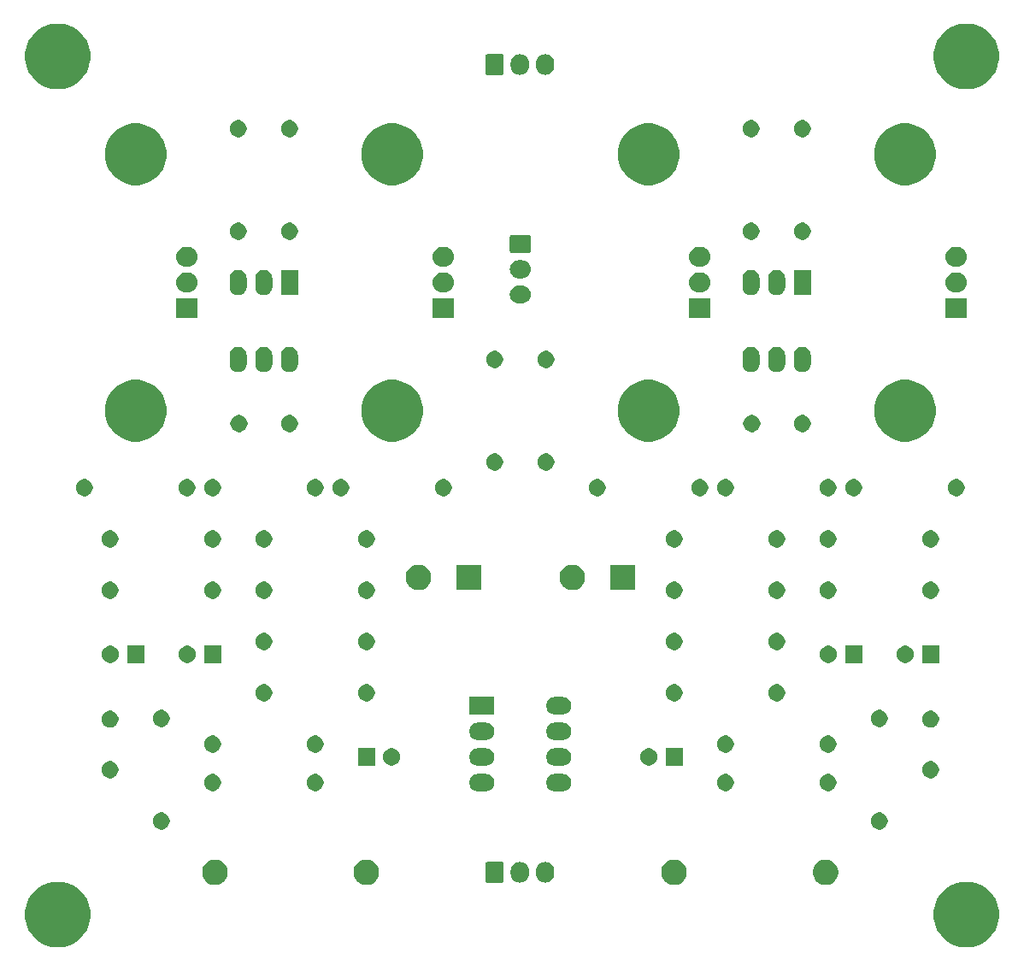
<source format=gbs>
G04 #@! TF.GenerationSoftware,KiCad,Pcbnew,5.1.5+dfsg1-2build2*
G04 #@! TF.CreationDate,2021-10-31T21:50:17+01:00*
G04 #@! TF.ProjectId,whammy,7768616d-6d79-42e6-9b69-6361645f7063,rev?*
G04 #@! TF.SameCoordinates,Original*
G04 #@! TF.FileFunction,Soldermask,Bot*
G04 #@! TF.FilePolarity,Negative*
%FSLAX46Y46*%
G04 Gerber Fmt 4.6, Leading zero omitted, Abs format (unit mm)*
G04 Created by KiCad (PCBNEW 5.1.5+dfsg1-2build2) date 2021-10-31 21:50:17*
%MOMM*%
%LPD*%
G04 APERTURE LIST*
%ADD10C,0.100000*%
G04 APERTURE END LIST*
D10*
G36*
X175533049Y-131791339D02*
G01*
X175948282Y-131873934D01*
X176539926Y-132119001D01*
X177072392Y-132474784D01*
X177525216Y-132927608D01*
X177880999Y-133460074D01*
X178126066Y-134051718D01*
X178126066Y-134051719D01*
X178251000Y-134679803D01*
X178251000Y-135320197D01*
X178188533Y-135634239D01*
X178126066Y-135948282D01*
X177880999Y-136539926D01*
X177525216Y-137072392D01*
X177072392Y-137525216D01*
X176539926Y-137880999D01*
X175948282Y-138126066D01*
X175634239Y-138188533D01*
X175320197Y-138251000D01*
X174679803Y-138251000D01*
X174365761Y-138188533D01*
X174051718Y-138126066D01*
X173460074Y-137880999D01*
X172927608Y-137525216D01*
X172474784Y-137072392D01*
X172119001Y-136539926D01*
X171873934Y-135948282D01*
X171811467Y-135634239D01*
X171749000Y-135320197D01*
X171749000Y-134679803D01*
X171873934Y-134051719D01*
X171873934Y-134051718D01*
X172119001Y-133460074D01*
X172474784Y-132927608D01*
X172927608Y-132474784D01*
X173460074Y-132119001D01*
X174051718Y-131873934D01*
X174466951Y-131791339D01*
X174679803Y-131749000D01*
X175320197Y-131749000D01*
X175533049Y-131791339D01*
G37*
G36*
X85533049Y-131791339D02*
G01*
X85948282Y-131873934D01*
X86539926Y-132119001D01*
X87072392Y-132474784D01*
X87525216Y-132927608D01*
X87880999Y-133460074D01*
X88126066Y-134051718D01*
X88126066Y-134051719D01*
X88251000Y-134679803D01*
X88251000Y-135320197D01*
X88188533Y-135634239D01*
X88126066Y-135948282D01*
X87880999Y-136539926D01*
X87525216Y-137072392D01*
X87072392Y-137525216D01*
X86539926Y-137880999D01*
X85948282Y-138126066D01*
X85634239Y-138188533D01*
X85320197Y-138251000D01*
X84679803Y-138251000D01*
X84365761Y-138188533D01*
X84051718Y-138126066D01*
X83460074Y-137880999D01*
X82927608Y-137525216D01*
X82474784Y-137072392D01*
X82119001Y-136539926D01*
X81873934Y-135948282D01*
X81811467Y-135634239D01*
X81749000Y-135320197D01*
X81749000Y-134679803D01*
X81873934Y-134051719D01*
X81873934Y-134051718D01*
X82119001Y-133460074D01*
X82474784Y-132927608D01*
X82927608Y-132474784D01*
X83460074Y-132119001D01*
X84051718Y-131873934D01*
X84466951Y-131791339D01*
X84679803Y-131749000D01*
X85320197Y-131749000D01*
X85533049Y-131791339D01*
G37*
G36*
X100934903Y-129607075D02*
G01*
X101162571Y-129701378D01*
X101367466Y-129838285D01*
X101541715Y-130012534D01*
X101678622Y-130217429D01*
X101772925Y-130445097D01*
X101821000Y-130686787D01*
X101821000Y-130933213D01*
X101772925Y-131174903D01*
X101678622Y-131402571D01*
X101541715Y-131607466D01*
X101367466Y-131781715D01*
X101162571Y-131918622D01*
X101162570Y-131918623D01*
X101162569Y-131918623D01*
X100934903Y-132012925D01*
X100693214Y-132061000D01*
X100446786Y-132061000D01*
X100205097Y-132012925D01*
X99977431Y-131918623D01*
X99977430Y-131918623D01*
X99977429Y-131918622D01*
X99772534Y-131781715D01*
X99598285Y-131607466D01*
X99461378Y-131402571D01*
X99367075Y-131174903D01*
X99319000Y-130933213D01*
X99319000Y-130686787D01*
X99367075Y-130445097D01*
X99461378Y-130217429D01*
X99598285Y-130012534D01*
X99772534Y-129838285D01*
X99977429Y-129701378D01*
X100205097Y-129607075D01*
X100446786Y-129559000D01*
X100693214Y-129559000D01*
X100934903Y-129607075D01*
G37*
G36*
X161414903Y-129607075D02*
G01*
X161642571Y-129701378D01*
X161847466Y-129838285D01*
X162021715Y-130012534D01*
X162158622Y-130217429D01*
X162252925Y-130445097D01*
X162301000Y-130686787D01*
X162301000Y-130933213D01*
X162252925Y-131174903D01*
X162158622Y-131402571D01*
X162021715Y-131607466D01*
X161847466Y-131781715D01*
X161642571Y-131918622D01*
X161642570Y-131918623D01*
X161642569Y-131918623D01*
X161414903Y-132012925D01*
X161173214Y-132061000D01*
X160926786Y-132061000D01*
X160685097Y-132012925D01*
X160457431Y-131918623D01*
X160457430Y-131918623D01*
X160457429Y-131918622D01*
X160252534Y-131781715D01*
X160078285Y-131607466D01*
X159941378Y-131402571D01*
X159847075Y-131174903D01*
X159799000Y-130933213D01*
X159799000Y-130686787D01*
X159847075Y-130445097D01*
X159941378Y-130217429D01*
X160078285Y-130012534D01*
X160252534Y-129838285D01*
X160457429Y-129701378D01*
X160685097Y-129607075D01*
X160926786Y-129559000D01*
X161173214Y-129559000D01*
X161414903Y-129607075D01*
G37*
G36*
X115934903Y-129607075D02*
G01*
X116162571Y-129701378D01*
X116367466Y-129838285D01*
X116541715Y-130012534D01*
X116678622Y-130217429D01*
X116772925Y-130445097D01*
X116821000Y-130686787D01*
X116821000Y-130933213D01*
X116772925Y-131174903D01*
X116678622Y-131402571D01*
X116541715Y-131607466D01*
X116367466Y-131781715D01*
X116162571Y-131918622D01*
X116162570Y-131918623D01*
X116162569Y-131918623D01*
X115934903Y-132012925D01*
X115693214Y-132061000D01*
X115446786Y-132061000D01*
X115205097Y-132012925D01*
X114977431Y-131918623D01*
X114977430Y-131918623D01*
X114977429Y-131918622D01*
X114772534Y-131781715D01*
X114598285Y-131607466D01*
X114461378Y-131402571D01*
X114367075Y-131174903D01*
X114319000Y-130933213D01*
X114319000Y-130686787D01*
X114367075Y-130445097D01*
X114461378Y-130217429D01*
X114598285Y-130012534D01*
X114772534Y-129838285D01*
X114977429Y-129701378D01*
X115205097Y-129607075D01*
X115446786Y-129559000D01*
X115693214Y-129559000D01*
X115934903Y-129607075D01*
G37*
G36*
X146414903Y-129607075D02*
G01*
X146642571Y-129701378D01*
X146847466Y-129838285D01*
X147021715Y-130012534D01*
X147158622Y-130217429D01*
X147252925Y-130445097D01*
X147301000Y-130686787D01*
X147301000Y-130933213D01*
X147252925Y-131174903D01*
X147158622Y-131402571D01*
X147021715Y-131607466D01*
X146847466Y-131781715D01*
X146642571Y-131918622D01*
X146642570Y-131918623D01*
X146642569Y-131918623D01*
X146414903Y-132012925D01*
X146173214Y-132061000D01*
X145926786Y-132061000D01*
X145685097Y-132012925D01*
X145457431Y-131918623D01*
X145457430Y-131918623D01*
X145457429Y-131918622D01*
X145252534Y-131781715D01*
X145078285Y-131607466D01*
X144941378Y-131402571D01*
X144847075Y-131174903D01*
X144799000Y-130933213D01*
X144799000Y-130686787D01*
X144847075Y-130445097D01*
X144941378Y-130217429D01*
X145078285Y-130012534D01*
X145252534Y-129838285D01*
X145457429Y-129701378D01*
X145685097Y-129607075D01*
X145926786Y-129559000D01*
X146173214Y-129559000D01*
X146414903Y-129607075D01*
G37*
G36*
X133446626Y-129797037D02*
G01*
X133616465Y-129848557D01*
X133616467Y-129848558D01*
X133772989Y-129932221D01*
X133910186Y-130044814D01*
X133993448Y-130146271D01*
X134022778Y-130182009D01*
X134106443Y-130338534D01*
X134157963Y-130508373D01*
X134171000Y-130640742D01*
X134171000Y-130979257D01*
X134157963Y-131111626D01*
X134106443Y-131281466D01*
X134022778Y-131437991D01*
X133993448Y-131473729D01*
X133910186Y-131575186D01*
X133815250Y-131653097D01*
X133772991Y-131687778D01*
X133616466Y-131771443D01*
X133446627Y-131822963D01*
X133270000Y-131840359D01*
X133093374Y-131822963D01*
X132923535Y-131771443D01*
X132767010Y-131687778D01*
X132629815Y-131575185D01*
X132517222Y-131437991D01*
X132433557Y-131281466D01*
X132382037Y-131111627D01*
X132369000Y-130979258D01*
X132369000Y-130640743D01*
X132382037Y-130508374D01*
X132433557Y-130338535D01*
X132517222Y-130182010D01*
X132517223Y-130182009D01*
X132629814Y-130044814D01*
X132731271Y-129961552D01*
X132767009Y-129932222D01*
X132923534Y-129848557D01*
X133093373Y-129797037D01*
X133270000Y-129779641D01*
X133446626Y-129797037D01*
G37*
G36*
X130946626Y-129797037D02*
G01*
X131116465Y-129848557D01*
X131116467Y-129848558D01*
X131272989Y-129932221D01*
X131410186Y-130044814D01*
X131493448Y-130146271D01*
X131522778Y-130182009D01*
X131606443Y-130338534D01*
X131657963Y-130508373D01*
X131671000Y-130640742D01*
X131671000Y-130979257D01*
X131657963Y-131111626D01*
X131606443Y-131281466D01*
X131522778Y-131437991D01*
X131493448Y-131473729D01*
X131410186Y-131575186D01*
X131315250Y-131653097D01*
X131272991Y-131687778D01*
X131116466Y-131771443D01*
X130946627Y-131822963D01*
X130770000Y-131840359D01*
X130593374Y-131822963D01*
X130423535Y-131771443D01*
X130267010Y-131687778D01*
X130129815Y-131575185D01*
X130017222Y-131437991D01*
X129933557Y-131281466D01*
X129882037Y-131111627D01*
X129869000Y-130979258D01*
X129869000Y-130640743D01*
X129882037Y-130508374D01*
X129933557Y-130338535D01*
X130017222Y-130182010D01*
X130017223Y-130182009D01*
X130129814Y-130044814D01*
X130231271Y-129961552D01*
X130267009Y-129932222D01*
X130423534Y-129848557D01*
X130593373Y-129797037D01*
X130770000Y-129779641D01*
X130946626Y-129797037D01*
G37*
G36*
X129028600Y-129787989D02*
G01*
X129061652Y-129798015D01*
X129092103Y-129814292D01*
X129118799Y-129836201D01*
X129140708Y-129862897D01*
X129156985Y-129893348D01*
X129167011Y-129926400D01*
X129171000Y-129966903D01*
X129171000Y-131653097D01*
X129167011Y-131693600D01*
X129156985Y-131726652D01*
X129140708Y-131757103D01*
X129118799Y-131783799D01*
X129092103Y-131805708D01*
X129061652Y-131821985D01*
X129028600Y-131832011D01*
X128988097Y-131836000D01*
X127551903Y-131836000D01*
X127511400Y-131832011D01*
X127478348Y-131821985D01*
X127447897Y-131805708D01*
X127421201Y-131783799D01*
X127399292Y-131757103D01*
X127383015Y-131726652D01*
X127372989Y-131693600D01*
X127369000Y-131653097D01*
X127369000Y-129966903D01*
X127372989Y-129926400D01*
X127383015Y-129893348D01*
X127399292Y-129862897D01*
X127421201Y-129836201D01*
X127447897Y-129814292D01*
X127478348Y-129798015D01*
X127511400Y-129787989D01*
X127551903Y-129784000D01*
X128988097Y-129784000D01*
X129028600Y-129787989D01*
G37*
G36*
X166618228Y-124911703D02*
G01*
X166773100Y-124975853D01*
X166912481Y-125068985D01*
X167031015Y-125187519D01*
X167124147Y-125326900D01*
X167188297Y-125481772D01*
X167221000Y-125646184D01*
X167221000Y-125813816D01*
X167188297Y-125978228D01*
X167124147Y-126133100D01*
X167031015Y-126272481D01*
X166912481Y-126391015D01*
X166773100Y-126484147D01*
X166618228Y-126548297D01*
X166453816Y-126581000D01*
X166286184Y-126581000D01*
X166121772Y-126548297D01*
X165966900Y-126484147D01*
X165827519Y-126391015D01*
X165708985Y-126272481D01*
X165615853Y-126133100D01*
X165551703Y-125978228D01*
X165519000Y-125813816D01*
X165519000Y-125646184D01*
X165551703Y-125481772D01*
X165615853Y-125326900D01*
X165708985Y-125187519D01*
X165827519Y-125068985D01*
X165966900Y-124975853D01*
X166121772Y-124911703D01*
X166286184Y-124879000D01*
X166453816Y-124879000D01*
X166618228Y-124911703D01*
G37*
G36*
X95498228Y-124911703D02*
G01*
X95653100Y-124975853D01*
X95792481Y-125068985D01*
X95911015Y-125187519D01*
X96004147Y-125326900D01*
X96068297Y-125481772D01*
X96101000Y-125646184D01*
X96101000Y-125813816D01*
X96068297Y-125978228D01*
X96004147Y-126133100D01*
X95911015Y-126272481D01*
X95792481Y-126391015D01*
X95653100Y-126484147D01*
X95498228Y-126548297D01*
X95333816Y-126581000D01*
X95166184Y-126581000D01*
X95001772Y-126548297D01*
X94846900Y-126484147D01*
X94707519Y-126391015D01*
X94588985Y-126272481D01*
X94495853Y-126133100D01*
X94431703Y-125978228D01*
X94399000Y-125813816D01*
X94399000Y-125646184D01*
X94431703Y-125481772D01*
X94495853Y-125326900D01*
X94588985Y-125187519D01*
X94707519Y-125068985D01*
X94846900Y-124975853D01*
X95001772Y-124911703D01*
X95166184Y-124879000D01*
X95333816Y-124879000D01*
X95498228Y-124911703D01*
G37*
G36*
X100578228Y-121101703D02*
G01*
X100733100Y-121165853D01*
X100872481Y-121258985D01*
X100991015Y-121377519D01*
X101084147Y-121516900D01*
X101148297Y-121671772D01*
X101181000Y-121836184D01*
X101181000Y-122003816D01*
X101148297Y-122168228D01*
X101084147Y-122323100D01*
X100991015Y-122462481D01*
X100872481Y-122581015D01*
X100733100Y-122674147D01*
X100578228Y-122738297D01*
X100413816Y-122771000D01*
X100246184Y-122771000D01*
X100081772Y-122738297D01*
X99926900Y-122674147D01*
X99787519Y-122581015D01*
X99668985Y-122462481D01*
X99575853Y-122323100D01*
X99511703Y-122168228D01*
X99479000Y-122003816D01*
X99479000Y-121836184D01*
X99511703Y-121671772D01*
X99575853Y-121516900D01*
X99668985Y-121377519D01*
X99787519Y-121258985D01*
X99926900Y-121165853D01*
X100081772Y-121101703D01*
X100246184Y-121069000D01*
X100413816Y-121069000D01*
X100578228Y-121101703D01*
G37*
G36*
X135186823Y-121081313D02*
G01*
X135347242Y-121129976D01*
X135479906Y-121200886D01*
X135495078Y-121208996D01*
X135624659Y-121315341D01*
X135731004Y-121444922D01*
X135731005Y-121444924D01*
X135810024Y-121592758D01*
X135858687Y-121753177D01*
X135875117Y-121920000D01*
X135858687Y-122086823D01*
X135810024Y-122247242D01*
X135769477Y-122323100D01*
X135731004Y-122395078D01*
X135624659Y-122524659D01*
X135495078Y-122631004D01*
X135495076Y-122631005D01*
X135347242Y-122710024D01*
X135186823Y-122758687D01*
X135061804Y-122771000D01*
X134178196Y-122771000D01*
X134053177Y-122758687D01*
X133892758Y-122710024D01*
X133744924Y-122631005D01*
X133744922Y-122631004D01*
X133615341Y-122524659D01*
X133508996Y-122395078D01*
X133470523Y-122323100D01*
X133429976Y-122247242D01*
X133381313Y-122086823D01*
X133364883Y-121920000D01*
X133381313Y-121753177D01*
X133429976Y-121592758D01*
X133508995Y-121444924D01*
X133508996Y-121444922D01*
X133615341Y-121315341D01*
X133744922Y-121208996D01*
X133760094Y-121200886D01*
X133892758Y-121129976D01*
X134053177Y-121081313D01*
X134178196Y-121069000D01*
X135061804Y-121069000D01*
X135186823Y-121081313D01*
G37*
G36*
X127566823Y-121081313D02*
G01*
X127727242Y-121129976D01*
X127859906Y-121200886D01*
X127875078Y-121208996D01*
X128004659Y-121315341D01*
X128111004Y-121444922D01*
X128111005Y-121444924D01*
X128190024Y-121592758D01*
X128238687Y-121753177D01*
X128255117Y-121920000D01*
X128238687Y-122086823D01*
X128190024Y-122247242D01*
X128149477Y-122323100D01*
X128111004Y-122395078D01*
X128004659Y-122524659D01*
X127875078Y-122631004D01*
X127875076Y-122631005D01*
X127727242Y-122710024D01*
X127566823Y-122758687D01*
X127441804Y-122771000D01*
X126558196Y-122771000D01*
X126433177Y-122758687D01*
X126272758Y-122710024D01*
X126124924Y-122631005D01*
X126124922Y-122631004D01*
X125995341Y-122524659D01*
X125888996Y-122395078D01*
X125850523Y-122323100D01*
X125809976Y-122247242D01*
X125761313Y-122086823D01*
X125744883Y-121920000D01*
X125761313Y-121753177D01*
X125809976Y-121592758D01*
X125888995Y-121444924D01*
X125888996Y-121444922D01*
X125995341Y-121315341D01*
X126124922Y-121208996D01*
X126140094Y-121200886D01*
X126272758Y-121129976D01*
X126433177Y-121081313D01*
X126558196Y-121069000D01*
X127441804Y-121069000D01*
X127566823Y-121081313D01*
G37*
G36*
X110738228Y-121101703D02*
G01*
X110893100Y-121165853D01*
X111032481Y-121258985D01*
X111151015Y-121377519D01*
X111244147Y-121516900D01*
X111308297Y-121671772D01*
X111341000Y-121836184D01*
X111341000Y-122003816D01*
X111308297Y-122168228D01*
X111244147Y-122323100D01*
X111151015Y-122462481D01*
X111032481Y-122581015D01*
X110893100Y-122674147D01*
X110738228Y-122738297D01*
X110573816Y-122771000D01*
X110406184Y-122771000D01*
X110241772Y-122738297D01*
X110086900Y-122674147D01*
X109947519Y-122581015D01*
X109828985Y-122462481D01*
X109735853Y-122323100D01*
X109671703Y-122168228D01*
X109639000Y-122003816D01*
X109639000Y-121836184D01*
X109671703Y-121671772D01*
X109735853Y-121516900D01*
X109828985Y-121377519D01*
X109947519Y-121258985D01*
X110086900Y-121165853D01*
X110241772Y-121101703D01*
X110406184Y-121069000D01*
X110573816Y-121069000D01*
X110738228Y-121101703D01*
G37*
G36*
X151378228Y-121101703D02*
G01*
X151533100Y-121165853D01*
X151672481Y-121258985D01*
X151791015Y-121377519D01*
X151884147Y-121516900D01*
X151948297Y-121671772D01*
X151981000Y-121836184D01*
X151981000Y-122003816D01*
X151948297Y-122168228D01*
X151884147Y-122323100D01*
X151791015Y-122462481D01*
X151672481Y-122581015D01*
X151533100Y-122674147D01*
X151378228Y-122738297D01*
X151213816Y-122771000D01*
X151046184Y-122771000D01*
X150881772Y-122738297D01*
X150726900Y-122674147D01*
X150587519Y-122581015D01*
X150468985Y-122462481D01*
X150375853Y-122323100D01*
X150311703Y-122168228D01*
X150279000Y-122003816D01*
X150279000Y-121836184D01*
X150311703Y-121671772D01*
X150375853Y-121516900D01*
X150468985Y-121377519D01*
X150587519Y-121258985D01*
X150726900Y-121165853D01*
X150881772Y-121101703D01*
X151046184Y-121069000D01*
X151213816Y-121069000D01*
X151378228Y-121101703D01*
G37*
G36*
X161538228Y-121101703D02*
G01*
X161693100Y-121165853D01*
X161832481Y-121258985D01*
X161951015Y-121377519D01*
X162044147Y-121516900D01*
X162108297Y-121671772D01*
X162141000Y-121836184D01*
X162141000Y-122003816D01*
X162108297Y-122168228D01*
X162044147Y-122323100D01*
X161951015Y-122462481D01*
X161832481Y-122581015D01*
X161693100Y-122674147D01*
X161538228Y-122738297D01*
X161373816Y-122771000D01*
X161206184Y-122771000D01*
X161041772Y-122738297D01*
X160886900Y-122674147D01*
X160747519Y-122581015D01*
X160628985Y-122462481D01*
X160535853Y-122323100D01*
X160471703Y-122168228D01*
X160439000Y-122003816D01*
X160439000Y-121836184D01*
X160471703Y-121671772D01*
X160535853Y-121516900D01*
X160628985Y-121377519D01*
X160747519Y-121258985D01*
X160886900Y-121165853D01*
X161041772Y-121101703D01*
X161206184Y-121069000D01*
X161373816Y-121069000D01*
X161538228Y-121101703D01*
G37*
G36*
X171698228Y-119831703D02*
G01*
X171853100Y-119895853D01*
X171992481Y-119988985D01*
X172111015Y-120107519D01*
X172204147Y-120246900D01*
X172268297Y-120401772D01*
X172301000Y-120566184D01*
X172301000Y-120733816D01*
X172268297Y-120898228D01*
X172204147Y-121053100D01*
X172111015Y-121192481D01*
X171992481Y-121311015D01*
X171853100Y-121404147D01*
X171698228Y-121468297D01*
X171533816Y-121501000D01*
X171366184Y-121501000D01*
X171201772Y-121468297D01*
X171046900Y-121404147D01*
X170907519Y-121311015D01*
X170788985Y-121192481D01*
X170695853Y-121053100D01*
X170631703Y-120898228D01*
X170599000Y-120733816D01*
X170599000Y-120566184D01*
X170631703Y-120401772D01*
X170695853Y-120246900D01*
X170788985Y-120107519D01*
X170907519Y-119988985D01*
X171046900Y-119895853D01*
X171201772Y-119831703D01*
X171366184Y-119799000D01*
X171533816Y-119799000D01*
X171698228Y-119831703D01*
G37*
G36*
X90418228Y-119831703D02*
G01*
X90573100Y-119895853D01*
X90712481Y-119988985D01*
X90831015Y-120107519D01*
X90924147Y-120246900D01*
X90988297Y-120401772D01*
X91021000Y-120566184D01*
X91021000Y-120733816D01*
X90988297Y-120898228D01*
X90924147Y-121053100D01*
X90831015Y-121192481D01*
X90712481Y-121311015D01*
X90573100Y-121404147D01*
X90418228Y-121468297D01*
X90253816Y-121501000D01*
X90086184Y-121501000D01*
X89921772Y-121468297D01*
X89766900Y-121404147D01*
X89627519Y-121311015D01*
X89508985Y-121192481D01*
X89415853Y-121053100D01*
X89351703Y-120898228D01*
X89319000Y-120733816D01*
X89319000Y-120566184D01*
X89351703Y-120401772D01*
X89415853Y-120246900D01*
X89508985Y-120107519D01*
X89627519Y-119988985D01*
X89766900Y-119895853D01*
X89921772Y-119831703D01*
X90086184Y-119799000D01*
X90253816Y-119799000D01*
X90418228Y-119831703D01*
G37*
G36*
X135186823Y-118541313D02*
G01*
X135347242Y-118589976D01*
X135479906Y-118660886D01*
X135495078Y-118668996D01*
X135624659Y-118775341D01*
X135731004Y-118904922D01*
X135731005Y-118904924D01*
X135810024Y-119052758D01*
X135858687Y-119213177D01*
X135875117Y-119380000D01*
X135858687Y-119546823D01*
X135810024Y-119707242D01*
X135769477Y-119783100D01*
X135731004Y-119855078D01*
X135624659Y-119984659D01*
X135495078Y-120091004D01*
X135495076Y-120091005D01*
X135347242Y-120170024D01*
X135186823Y-120218687D01*
X135061804Y-120231000D01*
X134178196Y-120231000D01*
X134053177Y-120218687D01*
X133892758Y-120170024D01*
X133744924Y-120091005D01*
X133744922Y-120091004D01*
X133615341Y-119984659D01*
X133508996Y-119855078D01*
X133470523Y-119783100D01*
X133429976Y-119707242D01*
X133381313Y-119546823D01*
X133364883Y-119380000D01*
X133381313Y-119213177D01*
X133429976Y-119052758D01*
X133508995Y-118904924D01*
X133508996Y-118904922D01*
X133615341Y-118775341D01*
X133744922Y-118668996D01*
X133760094Y-118660886D01*
X133892758Y-118589976D01*
X134053177Y-118541313D01*
X134178196Y-118529000D01*
X135061804Y-118529000D01*
X135186823Y-118541313D01*
G37*
G36*
X127566823Y-118541313D02*
G01*
X127727242Y-118589976D01*
X127859906Y-118660886D01*
X127875078Y-118668996D01*
X128004659Y-118775341D01*
X128111004Y-118904922D01*
X128111005Y-118904924D01*
X128190024Y-119052758D01*
X128238687Y-119213177D01*
X128255117Y-119380000D01*
X128238687Y-119546823D01*
X128190024Y-119707242D01*
X128149477Y-119783100D01*
X128111004Y-119855078D01*
X128004659Y-119984659D01*
X127875078Y-120091004D01*
X127875076Y-120091005D01*
X127727242Y-120170024D01*
X127566823Y-120218687D01*
X127441804Y-120231000D01*
X126558196Y-120231000D01*
X126433177Y-120218687D01*
X126272758Y-120170024D01*
X126124924Y-120091005D01*
X126124922Y-120091004D01*
X125995341Y-119984659D01*
X125888996Y-119855078D01*
X125850523Y-119783100D01*
X125809976Y-119707242D01*
X125761313Y-119546823D01*
X125744883Y-119380000D01*
X125761313Y-119213177D01*
X125809976Y-119052758D01*
X125888995Y-118904924D01*
X125888996Y-118904922D01*
X125995341Y-118775341D01*
X126124922Y-118668996D01*
X126140094Y-118660886D01*
X126272758Y-118589976D01*
X126433177Y-118541313D01*
X126558196Y-118529000D01*
X127441804Y-118529000D01*
X127566823Y-118541313D01*
G37*
G36*
X146901000Y-120231000D02*
G01*
X145199000Y-120231000D01*
X145199000Y-118529000D01*
X146901000Y-118529000D01*
X146901000Y-120231000D01*
G37*
G36*
X143798228Y-118561703D02*
G01*
X143953100Y-118625853D01*
X144092481Y-118718985D01*
X144211015Y-118837519D01*
X144304147Y-118976900D01*
X144368297Y-119131772D01*
X144401000Y-119296184D01*
X144401000Y-119463816D01*
X144368297Y-119628228D01*
X144304147Y-119783100D01*
X144211015Y-119922481D01*
X144092481Y-120041015D01*
X143953100Y-120134147D01*
X143798228Y-120198297D01*
X143633816Y-120231000D01*
X143466184Y-120231000D01*
X143301772Y-120198297D01*
X143146900Y-120134147D01*
X143007519Y-120041015D01*
X142888985Y-119922481D01*
X142795853Y-119783100D01*
X142731703Y-119628228D01*
X142699000Y-119463816D01*
X142699000Y-119296184D01*
X142731703Y-119131772D01*
X142795853Y-118976900D01*
X142888985Y-118837519D01*
X143007519Y-118718985D01*
X143146900Y-118625853D01*
X143301772Y-118561703D01*
X143466184Y-118529000D01*
X143633816Y-118529000D01*
X143798228Y-118561703D01*
G37*
G36*
X118318228Y-118561703D02*
G01*
X118473100Y-118625853D01*
X118612481Y-118718985D01*
X118731015Y-118837519D01*
X118824147Y-118976900D01*
X118888297Y-119131772D01*
X118921000Y-119296184D01*
X118921000Y-119463816D01*
X118888297Y-119628228D01*
X118824147Y-119783100D01*
X118731015Y-119922481D01*
X118612481Y-120041015D01*
X118473100Y-120134147D01*
X118318228Y-120198297D01*
X118153816Y-120231000D01*
X117986184Y-120231000D01*
X117821772Y-120198297D01*
X117666900Y-120134147D01*
X117527519Y-120041015D01*
X117408985Y-119922481D01*
X117315853Y-119783100D01*
X117251703Y-119628228D01*
X117219000Y-119463816D01*
X117219000Y-119296184D01*
X117251703Y-119131772D01*
X117315853Y-118976900D01*
X117408985Y-118837519D01*
X117527519Y-118718985D01*
X117666900Y-118625853D01*
X117821772Y-118561703D01*
X117986184Y-118529000D01*
X118153816Y-118529000D01*
X118318228Y-118561703D01*
G37*
G36*
X116421000Y-120231000D02*
G01*
X114719000Y-120231000D01*
X114719000Y-118529000D01*
X116421000Y-118529000D01*
X116421000Y-120231000D01*
G37*
G36*
X161538228Y-117291703D02*
G01*
X161693100Y-117355853D01*
X161832481Y-117448985D01*
X161951015Y-117567519D01*
X162044147Y-117706900D01*
X162108297Y-117861772D01*
X162141000Y-118026184D01*
X162141000Y-118193816D01*
X162108297Y-118358228D01*
X162044147Y-118513100D01*
X161951015Y-118652481D01*
X161832481Y-118771015D01*
X161693100Y-118864147D01*
X161538228Y-118928297D01*
X161373816Y-118961000D01*
X161206184Y-118961000D01*
X161041772Y-118928297D01*
X160886900Y-118864147D01*
X160747519Y-118771015D01*
X160628985Y-118652481D01*
X160535853Y-118513100D01*
X160471703Y-118358228D01*
X160439000Y-118193816D01*
X160439000Y-118026184D01*
X160471703Y-117861772D01*
X160535853Y-117706900D01*
X160628985Y-117567519D01*
X160747519Y-117448985D01*
X160886900Y-117355853D01*
X161041772Y-117291703D01*
X161206184Y-117259000D01*
X161373816Y-117259000D01*
X161538228Y-117291703D01*
G37*
G36*
X151378228Y-117291703D02*
G01*
X151533100Y-117355853D01*
X151672481Y-117448985D01*
X151791015Y-117567519D01*
X151884147Y-117706900D01*
X151948297Y-117861772D01*
X151981000Y-118026184D01*
X151981000Y-118193816D01*
X151948297Y-118358228D01*
X151884147Y-118513100D01*
X151791015Y-118652481D01*
X151672481Y-118771015D01*
X151533100Y-118864147D01*
X151378228Y-118928297D01*
X151213816Y-118961000D01*
X151046184Y-118961000D01*
X150881772Y-118928297D01*
X150726900Y-118864147D01*
X150587519Y-118771015D01*
X150468985Y-118652481D01*
X150375853Y-118513100D01*
X150311703Y-118358228D01*
X150279000Y-118193816D01*
X150279000Y-118026184D01*
X150311703Y-117861772D01*
X150375853Y-117706900D01*
X150468985Y-117567519D01*
X150587519Y-117448985D01*
X150726900Y-117355853D01*
X150881772Y-117291703D01*
X151046184Y-117259000D01*
X151213816Y-117259000D01*
X151378228Y-117291703D01*
G37*
G36*
X110738228Y-117291703D02*
G01*
X110893100Y-117355853D01*
X111032481Y-117448985D01*
X111151015Y-117567519D01*
X111244147Y-117706900D01*
X111308297Y-117861772D01*
X111341000Y-118026184D01*
X111341000Y-118193816D01*
X111308297Y-118358228D01*
X111244147Y-118513100D01*
X111151015Y-118652481D01*
X111032481Y-118771015D01*
X110893100Y-118864147D01*
X110738228Y-118928297D01*
X110573816Y-118961000D01*
X110406184Y-118961000D01*
X110241772Y-118928297D01*
X110086900Y-118864147D01*
X109947519Y-118771015D01*
X109828985Y-118652481D01*
X109735853Y-118513100D01*
X109671703Y-118358228D01*
X109639000Y-118193816D01*
X109639000Y-118026184D01*
X109671703Y-117861772D01*
X109735853Y-117706900D01*
X109828985Y-117567519D01*
X109947519Y-117448985D01*
X110086900Y-117355853D01*
X110241772Y-117291703D01*
X110406184Y-117259000D01*
X110573816Y-117259000D01*
X110738228Y-117291703D01*
G37*
G36*
X100578228Y-117291703D02*
G01*
X100733100Y-117355853D01*
X100872481Y-117448985D01*
X100991015Y-117567519D01*
X101084147Y-117706900D01*
X101148297Y-117861772D01*
X101181000Y-118026184D01*
X101181000Y-118193816D01*
X101148297Y-118358228D01*
X101084147Y-118513100D01*
X100991015Y-118652481D01*
X100872481Y-118771015D01*
X100733100Y-118864147D01*
X100578228Y-118928297D01*
X100413816Y-118961000D01*
X100246184Y-118961000D01*
X100081772Y-118928297D01*
X99926900Y-118864147D01*
X99787519Y-118771015D01*
X99668985Y-118652481D01*
X99575853Y-118513100D01*
X99511703Y-118358228D01*
X99479000Y-118193816D01*
X99479000Y-118026184D01*
X99511703Y-117861772D01*
X99575853Y-117706900D01*
X99668985Y-117567519D01*
X99787519Y-117448985D01*
X99926900Y-117355853D01*
X100081772Y-117291703D01*
X100246184Y-117259000D01*
X100413816Y-117259000D01*
X100578228Y-117291703D01*
G37*
G36*
X135186823Y-116001313D02*
G01*
X135347242Y-116049976D01*
X135479906Y-116120886D01*
X135495078Y-116128996D01*
X135624659Y-116235341D01*
X135731004Y-116364922D01*
X135731005Y-116364924D01*
X135810024Y-116512758D01*
X135858687Y-116673177D01*
X135875117Y-116840000D01*
X135858687Y-117006823D01*
X135810024Y-117167242D01*
X135760978Y-117259000D01*
X135731004Y-117315078D01*
X135624659Y-117444659D01*
X135495078Y-117551004D01*
X135495076Y-117551005D01*
X135347242Y-117630024D01*
X135186823Y-117678687D01*
X135061804Y-117691000D01*
X134178196Y-117691000D01*
X134053177Y-117678687D01*
X133892758Y-117630024D01*
X133744924Y-117551005D01*
X133744922Y-117551004D01*
X133615341Y-117444659D01*
X133508996Y-117315078D01*
X133479022Y-117259000D01*
X133429976Y-117167242D01*
X133381313Y-117006823D01*
X133364883Y-116840000D01*
X133381313Y-116673177D01*
X133429976Y-116512758D01*
X133508995Y-116364924D01*
X133508996Y-116364922D01*
X133615341Y-116235341D01*
X133744922Y-116128996D01*
X133760094Y-116120886D01*
X133892758Y-116049976D01*
X134053177Y-116001313D01*
X134178196Y-115989000D01*
X135061804Y-115989000D01*
X135186823Y-116001313D01*
G37*
G36*
X127566823Y-116001313D02*
G01*
X127727242Y-116049976D01*
X127859906Y-116120886D01*
X127875078Y-116128996D01*
X128004659Y-116235341D01*
X128111004Y-116364922D01*
X128111005Y-116364924D01*
X128190024Y-116512758D01*
X128238687Y-116673177D01*
X128255117Y-116840000D01*
X128238687Y-117006823D01*
X128190024Y-117167242D01*
X128140978Y-117259000D01*
X128111004Y-117315078D01*
X128004659Y-117444659D01*
X127875078Y-117551004D01*
X127875076Y-117551005D01*
X127727242Y-117630024D01*
X127566823Y-117678687D01*
X127441804Y-117691000D01*
X126558196Y-117691000D01*
X126433177Y-117678687D01*
X126272758Y-117630024D01*
X126124924Y-117551005D01*
X126124922Y-117551004D01*
X125995341Y-117444659D01*
X125888996Y-117315078D01*
X125859022Y-117259000D01*
X125809976Y-117167242D01*
X125761313Y-117006823D01*
X125744883Y-116840000D01*
X125761313Y-116673177D01*
X125809976Y-116512758D01*
X125888995Y-116364924D01*
X125888996Y-116364922D01*
X125995341Y-116235341D01*
X126124922Y-116128996D01*
X126140094Y-116120886D01*
X126272758Y-116049976D01*
X126433177Y-116001313D01*
X126558196Y-115989000D01*
X127441804Y-115989000D01*
X127566823Y-116001313D01*
G37*
G36*
X90418228Y-114831703D02*
G01*
X90573100Y-114895853D01*
X90712481Y-114988985D01*
X90831015Y-115107519D01*
X90924147Y-115246900D01*
X90988297Y-115401772D01*
X91021000Y-115566184D01*
X91021000Y-115733816D01*
X90988297Y-115898228D01*
X90924147Y-116053100D01*
X90831015Y-116192481D01*
X90712481Y-116311015D01*
X90573100Y-116404147D01*
X90418228Y-116468297D01*
X90253816Y-116501000D01*
X90086184Y-116501000D01*
X89921772Y-116468297D01*
X89766900Y-116404147D01*
X89627519Y-116311015D01*
X89508985Y-116192481D01*
X89415853Y-116053100D01*
X89351703Y-115898228D01*
X89319000Y-115733816D01*
X89319000Y-115566184D01*
X89351703Y-115401772D01*
X89415853Y-115246900D01*
X89508985Y-115107519D01*
X89627519Y-114988985D01*
X89766900Y-114895853D01*
X89921772Y-114831703D01*
X90086184Y-114799000D01*
X90253816Y-114799000D01*
X90418228Y-114831703D01*
G37*
G36*
X171698228Y-114831703D02*
G01*
X171853100Y-114895853D01*
X171992481Y-114988985D01*
X172111015Y-115107519D01*
X172204147Y-115246900D01*
X172268297Y-115401772D01*
X172301000Y-115566184D01*
X172301000Y-115733816D01*
X172268297Y-115898228D01*
X172204147Y-116053100D01*
X172111015Y-116192481D01*
X171992481Y-116311015D01*
X171853100Y-116404147D01*
X171698228Y-116468297D01*
X171533816Y-116501000D01*
X171366184Y-116501000D01*
X171201772Y-116468297D01*
X171046900Y-116404147D01*
X170907519Y-116311015D01*
X170788985Y-116192481D01*
X170695853Y-116053100D01*
X170631703Y-115898228D01*
X170599000Y-115733816D01*
X170599000Y-115566184D01*
X170631703Y-115401772D01*
X170695853Y-115246900D01*
X170788985Y-115107519D01*
X170907519Y-114988985D01*
X171046900Y-114895853D01*
X171201772Y-114831703D01*
X171366184Y-114799000D01*
X171533816Y-114799000D01*
X171698228Y-114831703D01*
G37*
G36*
X95498228Y-114751703D02*
G01*
X95653100Y-114815853D01*
X95792481Y-114908985D01*
X95911015Y-115027519D01*
X96004147Y-115166900D01*
X96068297Y-115321772D01*
X96101000Y-115486184D01*
X96101000Y-115653816D01*
X96068297Y-115818228D01*
X96004147Y-115973100D01*
X95911015Y-116112481D01*
X95792481Y-116231015D01*
X95653100Y-116324147D01*
X95498228Y-116388297D01*
X95333816Y-116421000D01*
X95166184Y-116421000D01*
X95001772Y-116388297D01*
X94846900Y-116324147D01*
X94707519Y-116231015D01*
X94588985Y-116112481D01*
X94495853Y-115973100D01*
X94431703Y-115818228D01*
X94399000Y-115653816D01*
X94399000Y-115486184D01*
X94431703Y-115321772D01*
X94495853Y-115166900D01*
X94588985Y-115027519D01*
X94707519Y-114908985D01*
X94846900Y-114815853D01*
X95001772Y-114751703D01*
X95166184Y-114719000D01*
X95333816Y-114719000D01*
X95498228Y-114751703D01*
G37*
G36*
X166618228Y-114751703D02*
G01*
X166773100Y-114815853D01*
X166912481Y-114908985D01*
X167031015Y-115027519D01*
X167124147Y-115166900D01*
X167188297Y-115321772D01*
X167221000Y-115486184D01*
X167221000Y-115653816D01*
X167188297Y-115818228D01*
X167124147Y-115973100D01*
X167031015Y-116112481D01*
X166912481Y-116231015D01*
X166773100Y-116324147D01*
X166618228Y-116388297D01*
X166453816Y-116421000D01*
X166286184Y-116421000D01*
X166121772Y-116388297D01*
X165966900Y-116324147D01*
X165827519Y-116231015D01*
X165708985Y-116112481D01*
X165615853Y-115973100D01*
X165551703Y-115818228D01*
X165519000Y-115653816D01*
X165519000Y-115486184D01*
X165551703Y-115321772D01*
X165615853Y-115166900D01*
X165708985Y-115027519D01*
X165827519Y-114908985D01*
X165966900Y-114815853D01*
X166121772Y-114751703D01*
X166286184Y-114719000D01*
X166453816Y-114719000D01*
X166618228Y-114751703D01*
G37*
G36*
X128251000Y-115151000D02*
G01*
X125749000Y-115151000D01*
X125749000Y-113449000D01*
X128251000Y-113449000D01*
X128251000Y-115151000D01*
G37*
G36*
X135186823Y-113461313D02*
G01*
X135347242Y-113509976D01*
X135479906Y-113580886D01*
X135495078Y-113588996D01*
X135624659Y-113695341D01*
X135731004Y-113824922D01*
X135731005Y-113824924D01*
X135810024Y-113972758D01*
X135858687Y-114133177D01*
X135875117Y-114300000D01*
X135858687Y-114466823D01*
X135810024Y-114627242D01*
X135760978Y-114719000D01*
X135731004Y-114775078D01*
X135624659Y-114904659D01*
X135495078Y-115011004D01*
X135495076Y-115011005D01*
X135347242Y-115090024D01*
X135186823Y-115138687D01*
X135061804Y-115151000D01*
X134178196Y-115151000D01*
X134053177Y-115138687D01*
X133892758Y-115090024D01*
X133744924Y-115011005D01*
X133744922Y-115011004D01*
X133615341Y-114904659D01*
X133508996Y-114775078D01*
X133479022Y-114719000D01*
X133429976Y-114627242D01*
X133381313Y-114466823D01*
X133364883Y-114300000D01*
X133381313Y-114133177D01*
X133429976Y-113972758D01*
X133508995Y-113824924D01*
X133508996Y-113824922D01*
X133615341Y-113695341D01*
X133744922Y-113588996D01*
X133760094Y-113580886D01*
X133892758Y-113509976D01*
X134053177Y-113461313D01*
X134178196Y-113449000D01*
X135061804Y-113449000D01*
X135186823Y-113461313D01*
G37*
G36*
X146298228Y-112211703D02*
G01*
X146453100Y-112275853D01*
X146592481Y-112368985D01*
X146711015Y-112487519D01*
X146804147Y-112626900D01*
X146868297Y-112781772D01*
X146901000Y-112946184D01*
X146901000Y-113113816D01*
X146868297Y-113278228D01*
X146804147Y-113433100D01*
X146711015Y-113572481D01*
X146592481Y-113691015D01*
X146453100Y-113784147D01*
X146298228Y-113848297D01*
X146133816Y-113881000D01*
X145966184Y-113881000D01*
X145801772Y-113848297D01*
X145646900Y-113784147D01*
X145507519Y-113691015D01*
X145388985Y-113572481D01*
X145295853Y-113433100D01*
X145231703Y-113278228D01*
X145199000Y-113113816D01*
X145199000Y-112946184D01*
X145231703Y-112781772D01*
X145295853Y-112626900D01*
X145388985Y-112487519D01*
X145507519Y-112368985D01*
X145646900Y-112275853D01*
X145801772Y-112211703D01*
X145966184Y-112179000D01*
X146133816Y-112179000D01*
X146298228Y-112211703D01*
G37*
G36*
X105658228Y-112211703D02*
G01*
X105813100Y-112275853D01*
X105952481Y-112368985D01*
X106071015Y-112487519D01*
X106164147Y-112626900D01*
X106228297Y-112781772D01*
X106261000Y-112946184D01*
X106261000Y-113113816D01*
X106228297Y-113278228D01*
X106164147Y-113433100D01*
X106071015Y-113572481D01*
X105952481Y-113691015D01*
X105813100Y-113784147D01*
X105658228Y-113848297D01*
X105493816Y-113881000D01*
X105326184Y-113881000D01*
X105161772Y-113848297D01*
X105006900Y-113784147D01*
X104867519Y-113691015D01*
X104748985Y-113572481D01*
X104655853Y-113433100D01*
X104591703Y-113278228D01*
X104559000Y-113113816D01*
X104559000Y-112946184D01*
X104591703Y-112781772D01*
X104655853Y-112626900D01*
X104748985Y-112487519D01*
X104867519Y-112368985D01*
X105006900Y-112275853D01*
X105161772Y-112211703D01*
X105326184Y-112179000D01*
X105493816Y-112179000D01*
X105658228Y-112211703D01*
G37*
G36*
X115818228Y-112211703D02*
G01*
X115973100Y-112275853D01*
X116112481Y-112368985D01*
X116231015Y-112487519D01*
X116324147Y-112626900D01*
X116388297Y-112781772D01*
X116421000Y-112946184D01*
X116421000Y-113113816D01*
X116388297Y-113278228D01*
X116324147Y-113433100D01*
X116231015Y-113572481D01*
X116112481Y-113691015D01*
X115973100Y-113784147D01*
X115818228Y-113848297D01*
X115653816Y-113881000D01*
X115486184Y-113881000D01*
X115321772Y-113848297D01*
X115166900Y-113784147D01*
X115027519Y-113691015D01*
X114908985Y-113572481D01*
X114815853Y-113433100D01*
X114751703Y-113278228D01*
X114719000Y-113113816D01*
X114719000Y-112946184D01*
X114751703Y-112781772D01*
X114815853Y-112626900D01*
X114908985Y-112487519D01*
X115027519Y-112368985D01*
X115166900Y-112275853D01*
X115321772Y-112211703D01*
X115486184Y-112179000D01*
X115653816Y-112179000D01*
X115818228Y-112211703D01*
G37*
G36*
X156458228Y-112211703D02*
G01*
X156613100Y-112275853D01*
X156752481Y-112368985D01*
X156871015Y-112487519D01*
X156964147Y-112626900D01*
X157028297Y-112781772D01*
X157061000Y-112946184D01*
X157061000Y-113113816D01*
X157028297Y-113278228D01*
X156964147Y-113433100D01*
X156871015Y-113572481D01*
X156752481Y-113691015D01*
X156613100Y-113784147D01*
X156458228Y-113848297D01*
X156293816Y-113881000D01*
X156126184Y-113881000D01*
X155961772Y-113848297D01*
X155806900Y-113784147D01*
X155667519Y-113691015D01*
X155548985Y-113572481D01*
X155455853Y-113433100D01*
X155391703Y-113278228D01*
X155359000Y-113113816D01*
X155359000Y-112946184D01*
X155391703Y-112781772D01*
X155455853Y-112626900D01*
X155548985Y-112487519D01*
X155667519Y-112368985D01*
X155806900Y-112275853D01*
X155961772Y-112211703D01*
X156126184Y-112179000D01*
X156293816Y-112179000D01*
X156458228Y-112211703D01*
G37*
G36*
X172301000Y-110071000D02*
G01*
X170599000Y-110071000D01*
X170599000Y-108369000D01*
X172301000Y-108369000D01*
X172301000Y-110071000D01*
G37*
G36*
X164681000Y-110071000D02*
G01*
X162979000Y-110071000D01*
X162979000Y-108369000D01*
X164681000Y-108369000D01*
X164681000Y-110071000D01*
G37*
G36*
X169198228Y-108401703D02*
G01*
X169353100Y-108465853D01*
X169492481Y-108558985D01*
X169611015Y-108677519D01*
X169704147Y-108816900D01*
X169768297Y-108971772D01*
X169801000Y-109136184D01*
X169801000Y-109303816D01*
X169768297Y-109468228D01*
X169704147Y-109623100D01*
X169611015Y-109762481D01*
X169492481Y-109881015D01*
X169353100Y-109974147D01*
X169198228Y-110038297D01*
X169033816Y-110071000D01*
X168866184Y-110071000D01*
X168701772Y-110038297D01*
X168546900Y-109974147D01*
X168407519Y-109881015D01*
X168288985Y-109762481D01*
X168195853Y-109623100D01*
X168131703Y-109468228D01*
X168099000Y-109303816D01*
X168099000Y-109136184D01*
X168131703Y-108971772D01*
X168195853Y-108816900D01*
X168288985Y-108677519D01*
X168407519Y-108558985D01*
X168546900Y-108465853D01*
X168701772Y-108401703D01*
X168866184Y-108369000D01*
X169033816Y-108369000D01*
X169198228Y-108401703D01*
G37*
G36*
X93561000Y-110071000D02*
G01*
X91859000Y-110071000D01*
X91859000Y-108369000D01*
X93561000Y-108369000D01*
X93561000Y-110071000D01*
G37*
G36*
X90458228Y-108401703D02*
G01*
X90613100Y-108465853D01*
X90752481Y-108558985D01*
X90871015Y-108677519D01*
X90964147Y-108816900D01*
X91028297Y-108971772D01*
X91061000Y-109136184D01*
X91061000Y-109303816D01*
X91028297Y-109468228D01*
X90964147Y-109623100D01*
X90871015Y-109762481D01*
X90752481Y-109881015D01*
X90613100Y-109974147D01*
X90458228Y-110038297D01*
X90293816Y-110071000D01*
X90126184Y-110071000D01*
X89961772Y-110038297D01*
X89806900Y-109974147D01*
X89667519Y-109881015D01*
X89548985Y-109762481D01*
X89455853Y-109623100D01*
X89391703Y-109468228D01*
X89359000Y-109303816D01*
X89359000Y-109136184D01*
X89391703Y-108971772D01*
X89455853Y-108816900D01*
X89548985Y-108677519D01*
X89667519Y-108558985D01*
X89806900Y-108465853D01*
X89961772Y-108401703D01*
X90126184Y-108369000D01*
X90293816Y-108369000D01*
X90458228Y-108401703D01*
G37*
G36*
X98078228Y-108401703D02*
G01*
X98233100Y-108465853D01*
X98372481Y-108558985D01*
X98491015Y-108677519D01*
X98584147Y-108816900D01*
X98648297Y-108971772D01*
X98681000Y-109136184D01*
X98681000Y-109303816D01*
X98648297Y-109468228D01*
X98584147Y-109623100D01*
X98491015Y-109762481D01*
X98372481Y-109881015D01*
X98233100Y-109974147D01*
X98078228Y-110038297D01*
X97913816Y-110071000D01*
X97746184Y-110071000D01*
X97581772Y-110038297D01*
X97426900Y-109974147D01*
X97287519Y-109881015D01*
X97168985Y-109762481D01*
X97075853Y-109623100D01*
X97011703Y-109468228D01*
X96979000Y-109303816D01*
X96979000Y-109136184D01*
X97011703Y-108971772D01*
X97075853Y-108816900D01*
X97168985Y-108677519D01*
X97287519Y-108558985D01*
X97426900Y-108465853D01*
X97581772Y-108401703D01*
X97746184Y-108369000D01*
X97913816Y-108369000D01*
X98078228Y-108401703D01*
G37*
G36*
X161578228Y-108401703D02*
G01*
X161733100Y-108465853D01*
X161872481Y-108558985D01*
X161991015Y-108677519D01*
X162084147Y-108816900D01*
X162148297Y-108971772D01*
X162181000Y-109136184D01*
X162181000Y-109303816D01*
X162148297Y-109468228D01*
X162084147Y-109623100D01*
X161991015Y-109762481D01*
X161872481Y-109881015D01*
X161733100Y-109974147D01*
X161578228Y-110038297D01*
X161413816Y-110071000D01*
X161246184Y-110071000D01*
X161081772Y-110038297D01*
X160926900Y-109974147D01*
X160787519Y-109881015D01*
X160668985Y-109762481D01*
X160575853Y-109623100D01*
X160511703Y-109468228D01*
X160479000Y-109303816D01*
X160479000Y-109136184D01*
X160511703Y-108971772D01*
X160575853Y-108816900D01*
X160668985Y-108677519D01*
X160787519Y-108558985D01*
X160926900Y-108465853D01*
X161081772Y-108401703D01*
X161246184Y-108369000D01*
X161413816Y-108369000D01*
X161578228Y-108401703D01*
G37*
G36*
X101181000Y-110071000D02*
G01*
X99479000Y-110071000D01*
X99479000Y-108369000D01*
X101181000Y-108369000D01*
X101181000Y-110071000D01*
G37*
G36*
X156458228Y-107131703D02*
G01*
X156613100Y-107195853D01*
X156752481Y-107288985D01*
X156871015Y-107407519D01*
X156964147Y-107546900D01*
X157028297Y-107701772D01*
X157061000Y-107866184D01*
X157061000Y-108033816D01*
X157028297Y-108198228D01*
X156964147Y-108353100D01*
X156871015Y-108492481D01*
X156752481Y-108611015D01*
X156613100Y-108704147D01*
X156458228Y-108768297D01*
X156293816Y-108801000D01*
X156126184Y-108801000D01*
X155961772Y-108768297D01*
X155806900Y-108704147D01*
X155667519Y-108611015D01*
X155548985Y-108492481D01*
X155455853Y-108353100D01*
X155391703Y-108198228D01*
X155359000Y-108033816D01*
X155359000Y-107866184D01*
X155391703Y-107701772D01*
X155455853Y-107546900D01*
X155548985Y-107407519D01*
X155667519Y-107288985D01*
X155806900Y-107195853D01*
X155961772Y-107131703D01*
X156126184Y-107099000D01*
X156293816Y-107099000D01*
X156458228Y-107131703D01*
G37*
G36*
X105658228Y-107131703D02*
G01*
X105813100Y-107195853D01*
X105952481Y-107288985D01*
X106071015Y-107407519D01*
X106164147Y-107546900D01*
X106228297Y-107701772D01*
X106261000Y-107866184D01*
X106261000Y-108033816D01*
X106228297Y-108198228D01*
X106164147Y-108353100D01*
X106071015Y-108492481D01*
X105952481Y-108611015D01*
X105813100Y-108704147D01*
X105658228Y-108768297D01*
X105493816Y-108801000D01*
X105326184Y-108801000D01*
X105161772Y-108768297D01*
X105006900Y-108704147D01*
X104867519Y-108611015D01*
X104748985Y-108492481D01*
X104655853Y-108353100D01*
X104591703Y-108198228D01*
X104559000Y-108033816D01*
X104559000Y-107866184D01*
X104591703Y-107701772D01*
X104655853Y-107546900D01*
X104748985Y-107407519D01*
X104867519Y-107288985D01*
X105006900Y-107195853D01*
X105161772Y-107131703D01*
X105326184Y-107099000D01*
X105493816Y-107099000D01*
X105658228Y-107131703D01*
G37*
G36*
X146298228Y-107131703D02*
G01*
X146453100Y-107195853D01*
X146592481Y-107288985D01*
X146711015Y-107407519D01*
X146804147Y-107546900D01*
X146868297Y-107701772D01*
X146901000Y-107866184D01*
X146901000Y-108033816D01*
X146868297Y-108198228D01*
X146804147Y-108353100D01*
X146711015Y-108492481D01*
X146592481Y-108611015D01*
X146453100Y-108704147D01*
X146298228Y-108768297D01*
X146133816Y-108801000D01*
X145966184Y-108801000D01*
X145801772Y-108768297D01*
X145646900Y-108704147D01*
X145507519Y-108611015D01*
X145388985Y-108492481D01*
X145295853Y-108353100D01*
X145231703Y-108198228D01*
X145199000Y-108033816D01*
X145199000Y-107866184D01*
X145231703Y-107701772D01*
X145295853Y-107546900D01*
X145388985Y-107407519D01*
X145507519Y-107288985D01*
X145646900Y-107195853D01*
X145801772Y-107131703D01*
X145966184Y-107099000D01*
X146133816Y-107099000D01*
X146298228Y-107131703D01*
G37*
G36*
X115818228Y-107131703D02*
G01*
X115973100Y-107195853D01*
X116112481Y-107288985D01*
X116231015Y-107407519D01*
X116324147Y-107546900D01*
X116388297Y-107701772D01*
X116421000Y-107866184D01*
X116421000Y-108033816D01*
X116388297Y-108198228D01*
X116324147Y-108353100D01*
X116231015Y-108492481D01*
X116112481Y-108611015D01*
X115973100Y-108704147D01*
X115818228Y-108768297D01*
X115653816Y-108801000D01*
X115486184Y-108801000D01*
X115321772Y-108768297D01*
X115166900Y-108704147D01*
X115027519Y-108611015D01*
X114908985Y-108492481D01*
X114815853Y-108353100D01*
X114751703Y-108198228D01*
X114719000Y-108033816D01*
X114719000Y-107866184D01*
X114751703Y-107701772D01*
X114815853Y-107546900D01*
X114908985Y-107407519D01*
X115027519Y-107288985D01*
X115166900Y-107195853D01*
X115321772Y-107131703D01*
X115486184Y-107099000D01*
X115653816Y-107099000D01*
X115818228Y-107131703D01*
G37*
G36*
X115818228Y-102051703D02*
G01*
X115973100Y-102115853D01*
X116112481Y-102208985D01*
X116231015Y-102327519D01*
X116324147Y-102466900D01*
X116388297Y-102621772D01*
X116421000Y-102786184D01*
X116421000Y-102953816D01*
X116388297Y-103118228D01*
X116324147Y-103273100D01*
X116231015Y-103412481D01*
X116112481Y-103531015D01*
X115973100Y-103624147D01*
X115818228Y-103688297D01*
X115653816Y-103721000D01*
X115486184Y-103721000D01*
X115321772Y-103688297D01*
X115166900Y-103624147D01*
X115027519Y-103531015D01*
X114908985Y-103412481D01*
X114815853Y-103273100D01*
X114751703Y-103118228D01*
X114719000Y-102953816D01*
X114719000Y-102786184D01*
X114751703Y-102621772D01*
X114815853Y-102466900D01*
X114908985Y-102327519D01*
X115027519Y-102208985D01*
X115166900Y-102115853D01*
X115321772Y-102051703D01*
X115486184Y-102019000D01*
X115653816Y-102019000D01*
X115818228Y-102051703D01*
G37*
G36*
X146298228Y-102051703D02*
G01*
X146453100Y-102115853D01*
X146592481Y-102208985D01*
X146711015Y-102327519D01*
X146804147Y-102466900D01*
X146868297Y-102621772D01*
X146901000Y-102786184D01*
X146901000Y-102953816D01*
X146868297Y-103118228D01*
X146804147Y-103273100D01*
X146711015Y-103412481D01*
X146592481Y-103531015D01*
X146453100Y-103624147D01*
X146298228Y-103688297D01*
X146133816Y-103721000D01*
X145966184Y-103721000D01*
X145801772Y-103688297D01*
X145646900Y-103624147D01*
X145507519Y-103531015D01*
X145388985Y-103412481D01*
X145295853Y-103273100D01*
X145231703Y-103118228D01*
X145199000Y-102953816D01*
X145199000Y-102786184D01*
X145231703Y-102621772D01*
X145295853Y-102466900D01*
X145388985Y-102327519D01*
X145507519Y-102208985D01*
X145646900Y-102115853D01*
X145801772Y-102051703D01*
X145966184Y-102019000D01*
X146133816Y-102019000D01*
X146298228Y-102051703D01*
G37*
G36*
X156458228Y-102051703D02*
G01*
X156613100Y-102115853D01*
X156752481Y-102208985D01*
X156871015Y-102327519D01*
X156964147Y-102466900D01*
X157028297Y-102621772D01*
X157061000Y-102786184D01*
X157061000Y-102953816D01*
X157028297Y-103118228D01*
X156964147Y-103273100D01*
X156871015Y-103412481D01*
X156752481Y-103531015D01*
X156613100Y-103624147D01*
X156458228Y-103688297D01*
X156293816Y-103721000D01*
X156126184Y-103721000D01*
X155961772Y-103688297D01*
X155806900Y-103624147D01*
X155667519Y-103531015D01*
X155548985Y-103412481D01*
X155455853Y-103273100D01*
X155391703Y-103118228D01*
X155359000Y-102953816D01*
X155359000Y-102786184D01*
X155391703Y-102621772D01*
X155455853Y-102466900D01*
X155548985Y-102327519D01*
X155667519Y-102208985D01*
X155806900Y-102115853D01*
X155961772Y-102051703D01*
X156126184Y-102019000D01*
X156293816Y-102019000D01*
X156458228Y-102051703D01*
G37*
G36*
X100578228Y-102051703D02*
G01*
X100733100Y-102115853D01*
X100872481Y-102208985D01*
X100991015Y-102327519D01*
X101084147Y-102466900D01*
X101148297Y-102621772D01*
X101181000Y-102786184D01*
X101181000Y-102953816D01*
X101148297Y-103118228D01*
X101084147Y-103273100D01*
X100991015Y-103412481D01*
X100872481Y-103531015D01*
X100733100Y-103624147D01*
X100578228Y-103688297D01*
X100413816Y-103721000D01*
X100246184Y-103721000D01*
X100081772Y-103688297D01*
X99926900Y-103624147D01*
X99787519Y-103531015D01*
X99668985Y-103412481D01*
X99575853Y-103273100D01*
X99511703Y-103118228D01*
X99479000Y-102953816D01*
X99479000Y-102786184D01*
X99511703Y-102621772D01*
X99575853Y-102466900D01*
X99668985Y-102327519D01*
X99787519Y-102208985D01*
X99926900Y-102115853D01*
X100081772Y-102051703D01*
X100246184Y-102019000D01*
X100413816Y-102019000D01*
X100578228Y-102051703D01*
G37*
G36*
X90418228Y-102051703D02*
G01*
X90573100Y-102115853D01*
X90712481Y-102208985D01*
X90831015Y-102327519D01*
X90924147Y-102466900D01*
X90988297Y-102621772D01*
X91021000Y-102786184D01*
X91021000Y-102953816D01*
X90988297Y-103118228D01*
X90924147Y-103273100D01*
X90831015Y-103412481D01*
X90712481Y-103531015D01*
X90573100Y-103624147D01*
X90418228Y-103688297D01*
X90253816Y-103721000D01*
X90086184Y-103721000D01*
X89921772Y-103688297D01*
X89766900Y-103624147D01*
X89627519Y-103531015D01*
X89508985Y-103412481D01*
X89415853Y-103273100D01*
X89351703Y-103118228D01*
X89319000Y-102953816D01*
X89319000Y-102786184D01*
X89351703Y-102621772D01*
X89415853Y-102466900D01*
X89508985Y-102327519D01*
X89627519Y-102208985D01*
X89766900Y-102115853D01*
X89921772Y-102051703D01*
X90086184Y-102019000D01*
X90253816Y-102019000D01*
X90418228Y-102051703D01*
G37*
G36*
X161538228Y-102051703D02*
G01*
X161693100Y-102115853D01*
X161832481Y-102208985D01*
X161951015Y-102327519D01*
X162044147Y-102466900D01*
X162108297Y-102621772D01*
X162141000Y-102786184D01*
X162141000Y-102953816D01*
X162108297Y-103118228D01*
X162044147Y-103273100D01*
X161951015Y-103412481D01*
X161832481Y-103531015D01*
X161693100Y-103624147D01*
X161538228Y-103688297D01*
X161373816Y-103721000D01*
X161206184Y-103721000D01*
X161041772Y-103688297D01*
X160886900Y-103624147D01*
X160747519Y-103531015D01*
X160628985Y-103412481D01*
X160535853Y-103273100D01*
X160471703Y-103118228D01*
X160439000Y-102953816D01*
X160439000Y-102786184D01*
X160471703Y-102621772D01*
X160535853Y-102466900D01*
X160628985Y-102327519D01*
X160747519Y-102208985D01*
X160886900Y-102115853D01*
X161041772Y-102051703D01*
X161206184Y-102019000D01*
X161373816Y-102019000D01*
X161538228Y-102051703D01*
G37*
G36*
X171698228Y-102051703D02*
G01*
X171853100Y-102115853D01*
X171992481Y-102208985D01*
X172111015Y-102327519D01*
X172204147Y-102466900D01*
X172268297Y-102621772D01*
X172301000Y-102786184D01*
X172301000Y-102953816D01*
X172268297Y-103118228D01*
X172204147Y-103273100D01*
X172111015Y-103412481D01*
X171992481Y-103531015D01*
X171853100Y-103624147D01*
X171698228Y-103688297D01*
X171533816Y-103721000D01*
X171366184Y-103721000D01*
X171201772Y-103688297D01*
X171046900Y-103624147D01*
X170907519Y-103531015D01*
X170788985Y-103412481D01*
X170695853Y-103273100D01*
X170631703Y-103118228D01*
X170599000Y-102953816D01*
X170599000Y-102786184D01*
X170631703Y-102621772D01*
X170695853Y-102466900D01*
X170788985Y-102327519D01*
X170907519Y-102208985D01*
X171046900Y-102115853D01*
X171201772Y-102051703D01*
X171366184Y-102019000D01*
X171533816Y-102019000D01*
X171698228Y-102051703D01*
G37*
G36*
X105658228Y-102051703D02*
G01*
X105813100Y-102115853D01*
X105952481Y-102208985D01*
X106071015Y-102327519D01*
X106164147Y-102466900D01*
X106228297Y-102621772D01*
X106261000Y-102786184D01*
X106261000Y-102953816D01*
X106228297Y-103118228D01*
X106164147Y-103273100D01*
X106071015Y-103412481D01*
X105952481Y-103531015D01*
X105813100Y-103624147D01*
X105658228Y-103688297D01*
X105493816Y-103721000D01*
X105326184Y-103721000D01*
X105161772Y-103688297D01*
X105006900Y-103624147D01*
X104867519Y-103531015D01*
X104748985Y-103412481D01*
X104655853Y-103273100D01*
X104591703Y-103118228D01*
X104559000Y-102953816D01*
X104559000Y-102786184D01*
X104591703Y-102621772D01*
X104655853Y-102466900D01*
X104748985Y-102327519D01*
X104867519Y-102208985D01*
X105006900Y-102115853D01*
X105161772Y-102051703D01*
X105326184Y-102019000D01*
X105493816Y-102019000D01*
X105658228Y-102051703D01*
G37*
G36*
X136334903Y-100397075D02*
G01*
X136562571Y-100491378D01*
X136767466Y-100628285D01*
X136941715Y-100802534D01*
X137078622Y-101007429D01*
X137172925Y-101235097D01*
X137221000Y-101476787D01*
X137221000Y-101723213D01*
X137172925Y-101964903D01*
X137078622Y-102192571D01*
X136941715Y-102397466D01*
X136767466Y-102571715D01*
X136562571Y-102708622D01*
X136562570Y-102708623D01*
X136562569Y-102708623D01*
X136334903Y-102802925D01*
X136093214Y-102851000D01*
X135846786Y-102851000D01*
X135605097Y-102802925D01*
X135377431Y-102708623D01*
X135377430Y-102708623D01*
X135377429Y-102708622D01*
X135172534Y-102571715D01*
X134998285Y-102397466D01*
X134861378Y-102192571D01*
X134767075Y-101964903D01*
X134719000Y-101723213D01*
X134719000Y-101476787D01*
X134767075Y-101235097D01*
X134861378Y-101007429D01*
X134998285Y-100802534D01*
X135172534Y-100628285D01*
X135377429Y-100491378D01*
X135605097Y-100397075D01*
X135846786Y-100349000D01*
X136093214Y-100349000D01*
X136334903Y-100397075D01*
G37*
G36*
X142221000Y-102851000D02*
G01*
X139719000Y-102851000D01*
X139719000Y-100349000D01*
X142221000Y-100349000D01*
X142221000Y-102851000D01*
G37*
G36*
X126981000Y-102851000D02*
G01*
X124479000Y-102851000D01*
X124479000Y-100349000D01*
X126981000Y-100349000D01*
X126981000Y-102851000D01*
G37*
G36*
X121094903Y-100397075D02*
G01*
X121322571Y-100491378D01*
X121527466Y-100628285D01*
X121701715Y-100802534D01*
X121838622Y-101007429D01*
X121932925Y-101235097D01*
X121981000Y-101476787D01*
X121981000Y-101723213D01*
X121932925Y-101964903D01*
X121838622Y-102192571D01*
X121701715Y-102397466D01*
X121527466Y-102571715D01*
X121322571Y-102708622D01*
X121322570Y-102708623D01*
X121322569Y-102708623D01*
X121094903Y-102802925D01*
X120853214Y-102851000D01*
X120606786Y-102851000D01*
X120365097Y-102802925D01*
X120137431Y-102708623D01*
X120137430Y-102708623D01*
X120137429Y-102708622D01*
X119932534Y-102571715D01*
X119758285Y-102397466D01*
X119621378Y-102192571D01*
X119527075Y-101964903D01*
X119479000Y-101723213D01*
X119479000Y-101476787D01*
X119527075Y-101235097D01*
X119621378Y-101007429D01*
X119758285Y-100802534D01*
X119932534Y-100628285D01*
X120137429Y-100491378D01*
X120365097Y-100397075D01*
X120606786Y-100349000D01*
X120853214Y-100349000D01*
X121094903Y-100397075D01*
G37*
G36*
X146298228Y-96971703D02*
G01*
X146453100Y-97035853D01*
X146592481Y-97128985D01*
X146711015Y-97247519D01*
X146804147Y-97386900D01*
X146868297Y-97541772D01*
X146901000Y-97706184D01*
X146901000Y-97873816D01*
X146868297Y-98038228D01*
X146804147Y-98193100D01*
X146711015Y-98332481D01*
X146592481Y-98451015D01*
X146453100Y-98544147D01*
X146298228Y-98608297D01*
X146133816Y-98641000D01*
X145966184Y-98641000D01*
X145801772Y-98608297D01*
X145646900Y-98544147D01*
X145507519Y-98451015D01*
X145388985Y-98332481D01*
X145295853Y-98193100D01*
X145231703Y-98038228D01*
X145199000Y-97873816D01*
X145199000Y-97706184D01*
X145231703Y-97541772D01*
X145295853Y-97386900D01*
X145388985Y-97247519D01*
X145507519Y-97128985D01*
X145646900Y-97035853D01*
X145801772Y-96971703D01*
X145966184Y-96939000D01*
X146133816Y-96939000D01*
X146298228Y-96971703D01*
G37*
G36*
X115818228Y-96971703D02*
G01*
X115973100Y-97035853D01*
X116112481Y-97128985D01*
X116231015Y-97247519D01*
X116324147Y-97386900D01*
X116388297Y-97541772D01*
X116421000Y-97706184D01*
X116421000Y-97873816D01*
X116388297Y-98038228D01*
X116324147Y-98193100D01*
X116231015Y-98332481D01*
X116112481Y-98451015D01*
X115973100Y-98544147D01*
X115818228Y-98608297D01*
X115653816Y-98641000D01*
X115486184Y-98641000D01*
X115321772Y-98608297D01*
X115166900Y-98544147D01*
X115027519Y-98451015D01*
X114908985Y-98332481D01*
X114815853Y-98193100D01*
X114751703Y-98038228D01*
X114719000Y-97873816D01*
X114719000Y-97706184D01*
X114751703Y-97541772D01*
X114815853Y-97386900D01*
X114908985Y-97247519D01*
X115027519Y-97128985D01*
X115166900Y-97035853D01*
X115321772Y-96971703D01*
X115486184Y-96939000D01*
X115653816Y-96939000D01*
X115818228Y-96971703D01*
G37*
G36*
X105658228Y-96971703D02*
G01*
X105813100Y-97035853D01*
X105952481Y-97128985D01*
X106071015Y-97247519D01*
X106164147Y-97386900D01*
X106228297Y-97541772D01*
X106261000Y-97706184D01*
X106261000Y-97873816D01*
X106228297Y-98038228D01*
X106164147Y-98193100D01*
X106071015Y-98332481D01*
X105952481Y-98451015D01*
X105813100Y-98544147D01*
X105658228Y-98608297D01*
X105493816Y-98641000D01*
X105326184Y-98641000D01*
X105161772Y-98608297D01*
X105006900Y-98544147D01*
X104867519Y-98451015D01*
X104748985Y-98332481D01*
X104655853Y-98193100D01*
X104591703Y-98038228D01*
X104559000Y-97873816D01*
X104559000Y-97706184D01*
X104591703Y-97541772D01*
X104655853Y-97386900D01*
X104748985Y-97247519D01*
X104867519Y-97128985D01*
X105006900Y-97035853D01*
X105161772Y-96971703D01*
X105326184Y-96939000D01*
X105493816Y-96939000D01*
X105658228Y-96971703D01*
G37*
G36*
X156458228Y-96971703D02*
G01*
X156613100Y-97035853D01*
X156752481Y-97128985D01*
X156871015Y-97247519D01*
X156964147Y-97386900D01*
X157028297Y-97541772D01*
X157061000Y-97706184D01*
X157061000Y-97873816D01*
X157028297Y-98038228D01*
X156964147Y-98193100D01*
X156871015Y-98332481D01*
X156752481Y-98451015D01*
X156613100Y-98544147D01*
X156458228Y-98608297D01*
X156293816Y-98641000D01*
X156126184Y-98641000D01*
X155961772Y-98608297D01*
X155806900Y-98544147D01*
X155667519Y-98451015D01*
X155548985Y-98332481D01*
X155455853Y-98193100D01*
X155391703Y-98038228D01*
X155359000Y-97873816D01*
X155359000Y-97706184D01*
X155391703Y-97541772D01*
X155455853Y-97386900D01*
X155548985Y-97247519D01*
X155667519Y-97128985D01*
X155806900Y-97035853D01*
X155961772Y-96971703D01*
X156126184Y-96939000D01*
X156293816Y-96939000D01*
X156458228Y-96971703D01*
G37*
G36*
X90418228Y-96971703D02*
G01*
X90573100Y-97035853D01*
X90712481Y-97128985D01*
X90831015Y-97247519D01*
X90924147Y-97386900D01*
X90988297Y-97541772D01*
X91021000Y-97706184D01*
X91021000Y-97873816D01*
X90988297Y-98038228D01*
X90924147Y-98193100D01*
X90831015Y-98332481D01*
X90712481Y-98451015D01*
X90573100Y-98544147D01*
X90418228Y-98608297D01*
X90253816Y-98641000D01*
X90086184Y-98641000D01*
X89921772Y-98608297D01*
X89766900Y-98544147D01*
X89627519Y-98451015D01*
X89508985Y-98332481D01*
X89415853Y-98193100D01*
X89351703Y-98038228D01*
X89319000Y-97873816D01*
X89319000Y-97706184D01*
X89351703Y-97541772D01*
X89415853Y-97386900D01*
X89508985Y-97247519D01*
X89627519Y-97128985D01*
X89766900Y-97035853D01*
X89921772Y-96971703D01*
X90086184Y-96939000D01*
X90253816Y-96939000D01*
X90418228Y-96971703D01*
G37*
G36*
X171698228Y-96971703D02*
G01*
X171853100Y-97035853D01*
X171992481Y-97128985D01*
X172111015Y-97247519D01*
X172204147Y-97386900D01*
X172268297Y-97541772D01*
X172301000Y-97706184D01*
X172301000Y-97873816D01*
X172268297Y-98038228D01*
X172204147Y-98193100D01*
X172111015Y-98332481D01*
X171992481Y-98451015D01*
X171853100Y-98544147D01*
X171698228Y-98608297D01*
X171533816Y-98641000D01*
X171366184Y-98641000D01*
X171201772Y-98608297D01*
X171046900Y-98544147D01*
X170907519Y-98451015D01*
X170788985Y-98332481D01*
X170695853Y-98193100D01*
X170631703Y-98038228D01*
X170599000Y-97873816D01*
X170599000Y-97706184D01*
X170631703Y-97541772D01*
X170695853Y-97386900D01*
X170788985Y-97247519D01*
X170907519Y-97128985D01*
X171046900Y-97035853D01*
X171201772Y-96971703D01*
X171366184Y-96939000D01*
X171533816Y-96939000D01*
X171698228Y-96971703D01*
G37*
G36*
X161538228Y-96971703D02*
G01*
X161693100Y-97035853D01*
X161832481Y-97128985D01*
X161951015Y-97247519D01*
X162044147Y-97386900D01*
X162108297Y-97541772D01*
X162141000Y-97706184D01*
X162141000Y-97873816D01*
X162108297Y-98038228D01*
X162044147Y-98193100D01*
X161951015Y-98332481D01*
X161832481Y-98451015D01*
X161693100Y-98544147D01*
X161538228Y-98608297D01*
X161373816Y-98641000D01*
X161206184Y-98641000D01*
X161041772Y-98608297D01*
X160886900Y-98544147D01*
X160747519Y-98451015D01*
X160628985Y-98332481D01*
X160535853Y-98193100D01*
X160471703Y-98038228D01*
X160439000Y-97873816D01*
X160439000Y-97706184D01*
X160471703Y-97541772D01*
X160535853Y-97386900D01*
X160628985Y-97247519D01*
X160747519Y-97128985D01*
X160886900Y-97035853D01*
X161041772Y-96971703D01*
X161206184Y-96939000D01*
X161373816Y-96939000D01*
X161538228Y-96971703D01*
G37*
G36*
X100578228Y-96971703D02*
G01*
X100733100Y-97035853D01*
X100872481Y-97128985D01*
X100991015Y-97247519D01*
X101084147Y-97386900D01*
X101148297Y-97541772D01*
X101181000Y-97706184D01*
X101181000Y-97873816D01*
X101148297Y-98038228D01*
X101084147Y-98193100D01*
X100991015Y-98332481D01*
X100872481Y-98451015D01*
X100733100Y-98544147D01*
X100578228Y-98608297D01*
X100413816Y-98641000D01*
X100246184Y-98641000D01*
X100081772Y-98608297D01*
X99926900Y-98544147D01*
X99787519Y-98451015D01*
X99668985Y-98332481D01*
X99575853Y-98193100D01*
X99511703Y-98038228D01*
X99479000Y-97873816D01*
X99479000Y-97706184D01*
X99511703Y-97541772D01*
X99575853Y-97386900D01*
X99668985Y-97247519D01*
X99787519Y-97128985D01*
X99926900Y-97035853D01*
X100081772Y-96971703D01*
X100246184Y-96939000D01*
X100413816Y-96939000D01*
X100578228Y-96971703D01*
G37*
G36*
X148838228Y-91891703D02*
G01*
X148993100Y-91955853D01*
X149132481Y-92048985D01*
X149251015Y-92167519D01*
X149344147Y-92306900D01*
X149408297Y-92461772D01*
X149441000Y-92626184D01*
X149441000Y-92793816D01*
X149408297Y-92958228D01*
X149344147Y-93113100D01*
X149251015Y-93252481D01*
X149132481Y-93371015D01*
X148993100Y-93464147D01*
X148838228Y-93528297D01*
X148673816Y-93561000D01*
X148506184Y-93561000D01*
X148341772Y-93528297D01*
X148186900Y-93464147D01*
X148047519Y-93371015D01*
X147928985Y-93252481D01*
X147835853Y-93113100D01*
X147771703Y-92958228D01*
X147739000Y-92793816D01*
X147739000Y-92626184D01*
X147771703Y-92461772D01*
X147835853Y-92306900D01*
X147928985Y-92167519D01*
X148047519Y-92048985D01*
X148186900Y-91955853D01*
X148341772Y-91891703D01*
X148506184Y-91859000D01*
X148673816Y-91859000D01*
X148838228Y-91891703D01*
G37*
G36*
X164078228Y-91891703D02*
G01*
X164233100Y-91955853D01*
X164372481Y-92048985D01*
X164491015Y-92167519D01*
X164584147Y-92306900D01*
X164648297Y-92461772D01*
X164681000Y-92626184D01*
X164681000Y-92793816D01*
X164648297Y-92958228D01*
X164584147Y-93113100D01*
X164491015Y-93252481D01*
X164372481Y-93371015D01*
X164233100Y-93464147D01*
X164078228Y-93528297D01*
X163913816Y-93561000D01*
X163746184Y-93561000D01*
X163581772Y-93528297D01*
X163426900Y-93464147D01*
X163287519Y-93371015D01*
X163168985Y-93252481D01*
X163075853Y-93113100D01*
X163011703Y-92958228D01*
X162979000Y-92793816D01*
X162979000Y-92626184D01*
X163011703Y-92461772D01*
X163075853Y-92306900D01*
X163168985Y-92167519D01*
X163287519Y-92048985D01*
X163426900Y-91955853D01*
X163581772Y-91891703D01*
X163746184Y-91859000D01*
X163913816Y-91859000D01*
X164078228Y-91891703D01*
G37*
G36*
X174238228Y-91891703D02*
G01*
X174393100Y-91955853D01*
X174532481Y-92048985D01*
X174651015Y-92167519D01*
X174744147Y-92306900D01*
X174808297Y-92461772D01*
X174841000Y-92626184D01*
X174841000Y-92793816D01*
X174808297Y-92958228D01*
X174744147Y-93113100D01*
X174651015Y-93252481D01*
X174532481Y-93371015D01*
X174393100Y-93464147D01*
X174238228Y-93528297D01*
X174073816Y-93561000D01*
X173906184Y-93561000D01*
X173741772Y-93528297D01*
X173586900Y-93464147D01*
X173447519Y-93371015D01*
X173328985Y-93252481D01*
X173235853Y-93113100D01*
X173171703Y-92958228D01*
X173139000Y-92793816D01*
X173139000Y-92626184D01*
X173171703Y-92461772D01*
X173235853Y-92306900D01*
X173328985Y-92167519D01*
X173447519Y-92048985D01*
X173586900Y-91955853D01*
X173741772Y-91891703D01*
X173906184Y-91859000D01*
X174073816Y-91859000D01*
X174238228Y-91891703D01*
G37*
G36*
X151378228Y-91891703D02*
G01*
X151533100Y-91955853D01*
X151672481Y-92048985D01*
X151791015Y-92167519D01*
X151884147Y-92306900D01*
X151948297Y-92461772D01*
X151981000Y-92626184D01*
X151981000Y-92793816D01*
X151948297Y-92958228D01*
X151884147Y-93113100D01*
X151791015Y-93252481D01*
X151672481Y-93371015D01*
X151533100Y-93464147D01*
X151378228Y-93528297D01*
X151213816Y-93561000D01*
X151046184Y-93561000D01*
X150881772Y-93528297D01*
X150726900Y-93464147D01*
X150587519Y-93371015D01*
X150468985Y-93252481D01*
X150375853Y-93113100D01*
X150311703Y-92958228D01*
X150279000Y-92793816D01*
X150279000Y-92626184D01*
X150311703Y-92461772D01*
X150375853Y-92306900D01*
X150468985Y-92167519D01*
X150587519Y-92048985D01*
X150726900Y-91955853D01*
X150881772Y-91891703D01*
X151046184Y-91859000D01*
X151213816Y-91859000D01*
X151378228Y-91891703D01*
G37*
G36*
X161538228Y-91891703D02*
G01*
X161693100Y-91955853D01*
X161832481Y-92048985D01*
X161951015Y-92167519D01*
X162044147Y-92306900D01*
X162108297Y-92461772D01*
X162141000Y-92626184D01*
X162141000Y-92793816D01*
X162108297Y-92958228D01*
X162044147Y-93113100D01*
X161951015Y-93252481D01*
X161832481Y-93371015D01*
X161693100Y-93464147D01*
X161538228Y-93528297D01*
X161373816Y-93561000D01*
X161206184Y-93561000D01*
X161041772Y-93528297D01*
X160886900Y-93464147D01*
X160747519Y-93371015D01*
X160628985Y-93252481D01*
X160535853Y-93113100D01*
X160471703Y-92958228D01*
X160439000Y-92793816D01*
X160439000Y-92626184D01*
X160471703Y-92461772D01*
X160535853Y-92306900D01*
X160628985Y-92167519D01*
X160747519Y-92048985D01*
X160886900Y-91955853D01*
X161041772Y-91891703D01*
X161206184Y-91859000D01*
X161373816Y-91859000D01*
X161538228Y-91891703D01*
G37*
G36*
X138678228Y-91891703D02*
G01*
X138833100Y-91955853D01*
X138972481Y-92048985D01*
X139091015Y-92167519D01*
X139184147Y-92306900D01*
X139248297Y-92461772D01*
X139281000Y-92626184D01*
X139281000Y-92793816D01*
X139248297Y-92958228D01*
X139184147Y-93113100D01*
X139091015Y-93252481D01*
X138972481Y-93371015D01*
X138833100Y-93464147D01*
X138678228Y-93528297D01*
X138513816Y-93561000D01*
X138346184Y-93561000D01*
X138181772Y-93528297D01*
X138026900Y-93464147D01*
X137887519Y-93371015D01*
X137768985Y-93252481D01*
X137675853Y-93113100D01*
X137611703Y-92958228D01*
X137579000Y-92793816D01*
X137579000Y-92626184D01*
X137611703Y-92461772D01*
X137675853Y-92306900D01*
X137768985Y-92167519D01*
X137887519Y-92048985D01*
X138026900Y-91955853D01*
X138181772Y-91891703D01*
X138346184Y-91859000D01*
X138513816Y-91859000D01*
X138678228Y-91891703D01*
G37*
G36*
X123438228Y-91891703D02*
G01*
X123593100Y-91955853D01*
X123732481Y-92048985D01*
X123851015Y-92167519D01*
X123944147Y-92306900D01*
X124008297Y-92461772D01*
X124041000Y-92626184D01*
X124041000Y-92793816D01*
X124008297Y-92958228D01*
X123944147Y-93113100D01*
X123851015Y-93252481D01*
X123732481Y-93371015D01*
X123593100Y-93464147D01*
X123438228Y-93528297D01*
X123273816Y-93561000D01*
X123106184Y-93561000D01*
X122941772Y-93528297D01*
X122786900Y-93464147D01*
X122647519Y-93371015D01*
X122528985Y-93252481D01*
X122435853Y-93113100D01*
X122371703Y-92958228D01*
X122339000Y-92793816D01*
X122339000Y-92626184D01*
X122371703Y-92461772D01*
X122435853Y-92306900D01*
X122528985Y-92167519D01*
X122647519Y-92048985D01*
X122786900Y-91955853D01*
X122941772Y-91891703D01*
X123106184Y-91859000D01*
X123273816Y-91859000D01*
X123438228Y-91891703D01*
G37*
G36*
X113278228Y-91891703D02*
G01*
X113433100Y-91955853D01*
X113572481Y-92048985D01*
X113691015Y-92167519D01*
X113784147Y-92306900D01*
X113848297Y-92461772D01*
X113881000Y-92626184D01*
X113881000Y-92793816D01*
X113848297Y-92958228D01*
X113784147Y-93113100D01*
X113691015Y-93252481D01*
X113572481Y-93371015D01*
X113433100Y-93464147D01*
X113278228Y-93528297D01*
X113113816Y-93561000D01*
X112946184Y-93561000D01*
X112781772Y-93528297D01*
X112626900Y-93464147D01*
X112487519Y-93371015D01*
X112368985Y-93252481D01*
X112275853Y-93113100D01*
X112211703Y-92958228D01*
X112179000Y-92793816D01*
X112179000Y-92626184D01*
X112211703Y-92461772D01*
X112275853Y-92306900D01*
X112368985Y-92167519D01*
X112487519Y-92048985D01*
X112626900Y-91955853D01*
X112781772Y-91891703D01*
X112946184Y-91859000D01*
X113113816Y-91859000D01*
X113278228Y-91891703D01*
G37*
G36*
X110738228Y-91891703D02*
G01*
X110893100Y-91955853D01*
X111032481Y-92048985D01*
X111151015Y-92167519D01*
X111244147Y-92306900D01*
X111308297Y-92461772D01*
X111341000Y-92626184D01*
X111341000Y-92793816D01*
X111308297Y-92958228D01*
X111244147Y-93113100D01*
X111151015Y-93252481D01*
X111032481Y-93371015D01*
X110893100Y-93464147D01*
X110738228Y-93528297D01*
X110573816Y-93561000D01*
X110406184Y-93561000D01*
X110241772Y-93528297D01*
X110086900Y-93464147D01*
X109947519Y-93371015D01*
X109828985Y-93252481D01*
X109735853Y-93113100D01*
X109671703Y-92958228D01*
X109639000Y-92793816D01*
X109639000Y-92626184D01*
X109671703Y-92461772D01*
X109735853Y-92306900D01*
X109828985Y-92167519D01*
X109947519Y-92048985D01*
X110086900Y-91955853D01*
X110241772Y-91891703D01*
X110406184Y-91859000D01*
X110573816Y-91859000D01*
X110738228Y-91891703D01*
G37*
G36*
X98038228Y-91891703D02*
G01*
X98193100Y-91955853D01*
X98332481Y-92048985D01*
X98451015Y-92167519D01*
X98544147Y-92306900D01*
X98608297Y-92461772D01*
X98641000Y-92626184D01*
X98641000Y-92793816D01*
X98608297Y-92958228D01*
X98544147Y-93113100D01*
X98451015Y-93252481D01*
X98332481Y-93371015D01*
X98193100Y-93464147D01*
X98038228Y-93528297D01*
X97873816Y-93561000D01*
X97706184Y-93561000D01*
X97541772Y-93528297D01*
X97386900Y-93464147D01*
X97247519Y-93371015D01*
X97128985Y-93252481D01*
X97035853Y-93113100D01*
X96971703Y-92958228D01*
X96939000Y-92793816D01*
X96939000Y-92626184D01*
X96971703Y-92461772D01*
X97035853Y-92306900D01*
X97128985Y-92167519D01*
X97247519Y-92048985D01*
X97386900Y-91955853D01*
X97541772Y-91891703D01*
X97706184Y-91859000D01*
X97873816Y-91859000D01*
X98038228Y-91891703D01*
G37*
G36*
X87878228Y-91891703D02*
G01*
X88033100Y-91955853D01*
X88172481Y-92048985D01*
X88291015Y-92167519D01*
X88384147Y-92306900D01*
X88448297Y-92461772D01*
X88481000Y-92626184D01*
X88481000Y-92793816D01*
X88448297Y-92958228D01*
X88384147Y-93113100D01*
X88291015Y-93252481D01*
X88172481Y-93371015D01*
X88033100Y-93464147D01*
X87878228Y-93528297D01*
X87713816Y-93561000D01*
X87546184Y-93561000D01*
X87381772Y-93528297D01*
X87226900Y-93464147D01*
X87087519Y-93371015D01*
X86968985Y-93252481D01*
X86875853Y-93113100D01*
X86811703Y-92958228D01*
X86779000Y-92793816D01*
X86779000Y-92626184D01*
X86811703Y-92461772D01*
X86875853Y-92306900D01*
X86968985Y-92167519D01*
X87087519Y-92048985D01*
X87226900Y-91955853D01*
X87381772Y-91891703D01*
X87546184Y-91859000D01*
X87713816Y-91859000D01*
X87878228Y-91891703D01*
G37*
G36*
X100578228Y-91891703D02*
G01*
X100733100Y-91955853D01*
X100872481Y-92048985D01*
X100991015Y-92167519D01*
X101084147Y-92306900D01*
X101148297Y-92461772D01*
X101181000Y-92626184D01*
X101181000Y-92793816D01*
X101148297Y-92958228D01*
X101084147Y-93113100D01*
X100991015Y-93252481D01*
X100872481Y-93371015D01*
X100733100Y-93464147D01*
X100578228Y-93528297D01*
X100413816Y-93561000D01*
X100246184Y-93561000D01*
X100081772Y-93528297D01*
X99926900Y-93464147D01*
X99787519Y-93371015D01*
X99668985Y-93252481D01*
X99575853Y-93113100D01*
X99511703Y-92958228D01*
X99479000Y-92793816D01*
X99479000Y-92626184D01*
X99511703Y-92461772D01*
X99575853Y-92306900D01*
X99668985Y-92167519D01*
X99787519Y-92048985D01*
X99926900Y-91955853D01*
X100081772Y-91891703D01*
X100246184Y-91859000D01*
X100413816Y-91859000D01*
X100578228Y-91891703D01*
G37*
G36*
X128518228Y-89351703D02*
G01*
X128673100Y-89415853D01*
X128812481Y-89508985D01*
X128931015Y-89627519D01*
X129024147Y-89766900D01*
X129088297Y-89921772D01*
X129121000Y-90086184D01*
X129121000Y-90253816D01*
X129088297Y-90418228D01*
X129024147Y-90573100D01*
X128931015Y-90712481D01*
X128812481Y-90831015D01*
X128673100Y-90924147D01*
X128518228Y-90988297D01*
X128353816Y-91021000D01*
X128186184Y-91021000D01*
X128021772Y-90988297D01*
X127866900Y-90924147D01*
X127727519Y-90831015D01*
X127608985Y-90712481D01*
X127515853Y-90573100D01*
X127451703Y-90418228D01*
X127419000Y-90253816D01*
X127419000Y-90086184D01*
X127451703Y-89921772D01*
X127515853Y-89766900D01*
X127608985Y-89627519D01*
X127727519Y-89508985D01*
X127866900Y-89415853D01*
X128021772Y-89351703D01*
X128186184Y-89319000D01*
X128353816Y-89319000D01*
X128518228Y-89351703D01*
G37*
G36*
X133598228Y-89351703D02*
G01*
X133753100Y-89415853D01*
X133892481Y-89508985D01*
X134011015Y-89627519D01*
X134104147Y-89766900D01*
X134168297Y-89921772D01*
X134201000Y-90086184D01*
X134201000Y-90253816D01*
X134168297Y-90418228D01*
X134104147Y-90573100D01*
X134011015Y-90712481D01*
X133892481Y-90831015D01*
X133753100Y-90924147D01*
X133598228Y-90988297D01*
X133433816Y-91021000D01*
X133266184Y-91021000D01*
X133101772Y-90988297D01*
X132946900Y-90924147D01*
X132807519Y-90831015D01*
X132688985Y-90712481D01*
X132595853Y-90573100D01*
X132531703Y-90418228D01*
X132499000Y-90253816D01*
X132499000Y-90086184D01*
X132531703Y-89921772D01*
X132595853Y-89766900D01*
X132688985Y-89627519D01*
X132807519Y-89508985D01*
X132946900Y-89415853D01*
X133101772Y-89351703D01*
X133266184Y-89319000D01*
X133433816Y-89319000D01*
X133598228Y-89351703D01*
G37*
G36*
X169799943Y-82156248D02*
G01*
X170355189Y-82386238D01*
X170355190Y-82386239D01*
X170854899Y-82720134D01*
X171279866Y-83145101D01*
X171279867Y-83145103D01*
X171613762Y-83644811D01*
X171843752Y-84200057D01*
X171961000Y-84789501D01*
X171961000Y-85390499D01*
X171843752Y-85979943D01*
X171613762Y-86535189D01*
X171613761Y-86535190D01*
X171279866Y-87034899D01*
X170854899Y-87459866D01*
X170603347Y-87627948D01*
X170355189Y-87793762D01*
X169799943Y-88023752D01*
X169210499Y-88141000D01*
X168609501Y-88141000D01*
X168020057Y-88023752D01*
X167464811Y-87793762D01*
X167216653Y-87627948D01*
X166965101Y-87459866D01*
X166540134Y-87034899D01*
X166206239Y-86535190D01*
X166206238Y-86535189D01*
X165976248Y-85979943D01*
X165859000Y-85390499D01*
X165859000Y-84789501D01*
X165976248Y-84200057D01*
X166206238Y-83644811D01*
X166540133Y-83145103D01*
X166540134Y-83145101D01*
X166965101Y-82720134D01*
X167464810Y-82386239D01*
X167464811Y-82386238D01*
X168020057Y-82156248D01*
X168609501Y-82039000D01*
X169210499Y-82039000D01*
X169799943Y-82156248D01*
G37*
G36*
X93599943Y-82156248D02*
G01*
X94155189Y-82386238D01*
X94155190Y-82386239D01*
X94654899Y-82720134D01*
X95079866Y-83145101D01*
X95079867Y-83145103D01*
X95413762Y-83644811D01*
X95643752Y-84200057D01*
X95761000Y-84789501D01*
X95761000Y-85390499D01*
X95643752Y-85979943D01*
X95413762Y-86535189D01*
X95413761Y-86535190D01*
X95079866Y-87034899D01*
X94654899Y-87459866D01*
X94403347Y-87627948D01*
X94155189Y-87793762D01*
X93599943Y-88023752D01*
X93010499Y-88141000D01*
X92409501Y-88141000D01*
X91820057Y-88023752D01*
X91264811Y-87793762D01*
X91016653Y-87627948D01*
X90765101Y-87459866D01*
X90340134Y-87034899D01*
X90006239Y-86535190D01*
X90006238Y-86535189D01*
X89776248Y-85979943D01*
X89659000Y-85390499D01*
X89659000Y-84789501D01*
X89776248Y-84200057D01*
X90006238Y-83644811D01*
X90340133Y-83145103D01*
X90340134Y-83145101D01*
X90765101Y-82720134D01*
X91264810Y-82386239D01*
X91264811Y-82386238D01*
X91820057Y-82156248D01*
X92409501Y-82039000D01*
X93010499Y-82039000D01*
X93599943Y-82156248D01*
G37*
G36*
X118999943Y-82156248D02*
G01*
X119555189Y-82386238D01*
X119555190Y-82386239D01*
X120054899Y-82720134D01*
X120479866Y-83145101D01*
X120479867Y-83145103D01*
X120813762Y-83644811D01*
X121043752Y-84200057D01*
X121161000Y-84789501D01*
X121161000Y-85390499D01*
X121043752Y-85979943D01*
X120813762Y-86535189D01*
X120813761Y-86535190D01*
X120479866Y-87034899D01*
X120054899Y-87459866D01*
X119803347Y-87627948D01*
X119555189Y-87793762D01*
X118999943Y-88023752D01*
X118410499Y-88141000D01*
X117809501Y-88141000D01*
X117220057Y-88023752D01*
X116664811Y-87793762D01*
X116416653Y-87627948D01*
X116165101Y-87459866D01*
X115740134Y-87034899D01*
X115406239Y-86535190D01*
X115406238Y-86535189D01*
X115176248Y-85979943D01*
X115059000Y-85390499D01*
X115059000Y-84789501D01*
X115176248Y-84200057D01*
X115406238Y-83644811D01*
X115740133Y-83145103D01*
X115740134Y-83145101D01*
X116165101Y-82720134D01*
X116664810Y-82386239D01*
X116664811Y-82386238D01*
X117220057Y-82156248D01*
X117809501Y-82039000D01*
X118410499Y-82039000D01*
X118999943Y-82156248D01*
G37*
G36*
X144399943Y-82156248D02*
G01*
X144955189Y-82386238D01*
X144955190Y-82386239D01*
X145454899Y-82720134D01*
X145879866Y-83145101D01*
X145879867Y-83145103D01*
X146213762Y-83644811D01*
X146443752Y-84200057D01*
X146561000Y-84789501D01*
X146561000Y-85390499D01*
X146443752Y-85979943D01*
X146213762Y-86535189D01*
X146213761Y-86535190D01*
X145879866Y-87034899D01*
X145454899Y-87459866D01*
X145203347Y-87627948D01*
X144955189Y-87793762D01*
X144399943Y-88023752D01*
X143810499Y-88141000D01*
X143209501Y-88141000D01*
X142620057Y-88023752D01*
X142064811Y-87793762D01*
X141816653Y-87627948D01*
X141565101Y-87459866D01*
X141140134Y-87034899D01*
X140806239Y-86535190D01*
X140806238Y-86535189D01*
X140576248Y-85979943D01*
X140459000Y-85390499D01*
X140459000Y-84789501D01*
X140576248Y-84200057D01*
X140806238Y-83644811D01*
X141140133Y-83145103D01*
X141140134Y-83145101D01*
X141565101Y-82720134D01*
X142064810Y-82386239D01*
X142064811Y-82386238D01*
X142620057Y-82156248D01*
X143209501Y-82039000D01*
X143810499Y-82039000D01*
X144399943Y-82156248D01*
G37*
G36*
X108198228Y-85541703D02*
G01*
X108353100Y-85605853D01*
X108492481Y-85698985D01*
X108611015Y-85817519D01*
X108704147Y-85956900D01*
X108768297Y-86111772D01*
X108801000Y-86276184D01*
X108801000Y-86443816D01*
X108768297Y-86608228D01*
X108704147Y-86763100D01*
X108611015Y-86902481D01*
X108492481Y-87021015D01*
X108353100Y-87114147D01*
X108198228Y-87178297D01*
X108033816Y-87211000D01*
X107866184Y-87211000D01*
X107701772Y-87178297D01*
X107546900Y-87114147D01*
X107407519Y-87021015D01*
X107288985Y-86902481D01*
X107195853Y-86763100D01*
X107131703Y-86608228D01*
X107099000Y-86443816D01*
X107099000Y-86276184D01*
X107131703Y-86111772D01*
X107195853Y-85956900D01*
X107288985Y-85817519D01*
X107407519Y-85698985D01*
X107546900Y-85605853D01*
X107701772Y-85541703D01*
X107866184Y-85509000D01*
X108033816Y-85509000D01*
X108198228Y-85541703D01*
G37*
G36*
X103198228Y-85541703D02*
G01*
X103353100Y-85605853D01*
X103492481Y-85698985D01*
X103611015Y-85817519D01*
X103704147Y-85956900D01*
X103768297Y-86111772D01*
X103801000Y-86276184D01*
X103801000Y-86443816D01*
X103768297Y-86608228D01*
X103704147Y-86763100D01*
X103611015Y-86902481D01*
X103492481Y-87021015D01*
X103353100Y-87114147D01*
X103198228Y-87178297D01*
X103033816Y-87211000D01*
X102866184Y-87211000D01*
X102701772Y-87178297D01*
X102546900Y-87114147D01*
X102407519Y-87021015D01*
X102288985Y-86902481D01*
X102195853Y-86763100D01*
X102131703Y-86608228D01*
X102099000Y-86443816D01*
X102099000Y-86276184D01*
X102131703Y-86111772D01*
X102195853Y-85956900D01*
X102288985Y-85817519D01*
X102407519Y-85698985D01*
X102546900Y-85605853D01*
X102701772Y-85541703D01*
X102866184Y-85509000D01*
X103033816Y-85509000D01*
X103198228Y-85541703D01*
G37*
G36*
X153998228Y-85541703D02*
G01*
X154153100Y-85605853D01*
X154292481Y-85698985D01*
X154411015Y-85817519D01*
X154504147Y-85956900D01*
X154568297Y-86111772D01*
X154601000Y-86276184D01*
X154601000Y-86443816D01*
X154568297Y-86608228D01*
X154504147Y-86763100D01*
X154411015Y-86902481D01*
X154292481Y-87021015D01*
X154153100Y-87114147D01*
X153998228Y-87178297D01*
X153833816Y-87211000D01*
X153666184Y-87211000D01*
X153501772Y-87178297D01*
X153346900Y-87114147D01*
X153207519Y-87021015D01*
X153088985Y-86902481D01*
X152995853Y-86763100D01*
X152931703Y-86608228D01*
X152899000Y-86443816D01*
X152899000Y-86276184D01*
X152931703Y-86111772D01*
X152995853Y-85956900D01*
X153088985Y-85817519D01*
X153207519Y-85698985D01*
X153346900Y-85605853D01*
X153501772Y-85541703D01*
X153666184Y-85509000D01*
X153833816Y-85509000D01*
X153998228Y-85541703D01*
G37*
G36*
X158998228Y-85541703D02*
G01*
X159153100Y-85605853D01*
X159292481Y-85698985D01*
X159411015Y-85817519D01*
X159504147Y-85956900D01*
X159568297Y-86111772D01*
X159601000Y-86276184D01*
X159601000Y-86443816D01*
X159568297Y-86608228D01*
X159504147Y-86763100D01*
X159411015Y-86902481D01*
X159292481Y-87021015D01*
X159153100Y-87114147D01*
X158998228Y-87178297D01*
X158833816Y-87211000D01*
X158666184Y-87211000D01*
X158501772Y-87178297D01*
X158346900Y-87114147D01*
X158207519Y-87021015D01*
X158088985Y-86902481D01*
X157995853Y-86763100D01*
X157931703Y-86608228D01*
X157899000Y-86443816D01*
X157899000Y-86276184D01*
X157931703Y-86111772D01*
X157995853Y-85956900D01*
X158088985Y-85817519D01*
X158207519Y-85698985D01*
X158346900Y-85605853D01*
X158501772Y-85541703D01*
X158666184Y-85509000D01*
X158833816Y-85509000D01*
X158998228Y-85541703D01*
G37*
G36*
X158916823Y-78771313D02*
G01*
X159077242Y-78819976D01*
X159209906Y-78890886D01*
X159225078Y-78898996D01*
X159354659Y-79005341D01*
X159461004Y-79134922D01*
X159461005Y-79134924D01*
X159540024Y-79282758D01*
X159588687Y-79443178D01*
X159601000Y-79568197D01*
X159601000Y-80451804D01*
X159588687Y-80576823D01*
X159540024Y-80737242D01*
X159525642Y-80764148D01*
X159461004Y-80885078D01*
X159354659Y-81014659D01*
X159225077Y-81121005D01*
X159077241Y-81200024D01*
X158916822Y-81248687D01*
X158750000Y-81265117D01*
X158583177Y-81248687D01*
X158422758Y-81200024D01*
X158274924Y-81121005D01*
X158274922Y-81121004D01*
X158145341Y-81014659D01*
X158038995Y-80885077D01*
X157959976Y-80737241D01*
X157911313Y-80576822D01*
X157899000Y-80451803D01*
X157899000Y-79568197D01*
X157911314Y-79443177D01*
X157959977Y-79282758D01*
X158038996Y-79134924D01*
X158038997Y-79134922D01*
X158145342Y-79005341D01*
X158274923Y-78898996D01*
X158290095Y-78890886D01*
X158422759Y-78819976D01*
X158583178Y-78771313D01*
X158750000Y-78754883D01*
X158916823Y-78771313D01*
G37*
G36*
X153836823Y-78771313D02*
G01*
X153997242Y-78819976D01*
X154129906Y-78890886D01*
X154145078Y-78898996D01*
X154274659Y-79005341D01*
X154381004Y-79134922D01*
X154381005Y-79134924D01*
X154460024Y-79282758D01*
X154508687Y-79443178D01*
X154521000Y-79568197D01*
X154521000Y-80451804D01*
X154508687Y-80576823D01*
X154460024Y-80737242D01*
X154445642Y-80764148D01*
X154381004Y-80885078D01*
X154274659Y-81014659D01*
X154145077Y-81121005D01*
X153997241Y-81200024D01*
X153836822Y-81248687D01*
X153670000Y-81265117D01*
X153503177Y-81248687D01*
X153342758Y-81200024D01*
X153194924Y-81121005D01*
X153194922Y-81121004D01*
X153065341Y-81014659D01*
X152958995Y-80885077D01*
X152879976Y-80737241D01*
X152831313Y-80576822D01*
X152819000Y-80451803D01*
X152819000Y-79568197D01*
X152831314Y-79443177D01*
X152879977Y-79282758D01*
X152958996Y-79134924D01*
X152958997Y-79134922D01*
X153065342Y-79005341D01*
X153194923Y-78898996D01*
X153210095Y-78890886D01*
X153342759Y-78819976D01*
X153503178Y-78771313D01*
X153670000Y-78754883D01*
X153836823Y-78771313D01*
G37*
G36*
X156376823Y-78771313D02*
G01*
X156537242Y-78819976D01*
X156669906Y-78890886D01*
X156685078Y-78898996D01*
X156814659Y-79005341D01*
X156921004Y-79134922D01*
X156921005Y-79134924D01*
X157000024Y-79282758D01*
X157048687Y-79443178D01*
X157061000Y-79568197D01*
X157061000Y-80451804D01*
X157048687Y-80576823D01*
X157000024Y-80737242D01*
X156985642Y-80764148D01*
X156921004Y-80885078D01*
X156814659Y-81014659D01*
X156685077Y-81121005D01*
X156537241Y-81200024D01*
X156376822Y-81248687D01*
X156210000Y-81265117D01*
X156043177Y-81248687D01*
X155882758Y-81200024D01*
X155734924Y-81121005D01*
X155734922Y-81121004D01*
X155605341Y-81014659D01*
X155498995Y-80885077D01*
X155419976Y-80737241D01*
X155371313Y-80576822D01*
X155359000Y-80451803D01*
X155359000Y-79568197D01*
X155371314Y-79443177D01*
X155419977Y-79282758D01*
X155498996Y-79134924D01*
X155498997Y-79134922D01*
X155605342Y-79005341D01*
X155734923Y-78898996D01*
X155750095Y-78890886D01*
X155882759Y-78819976D01*
X156043178Y-78771313D01*
X156210000Y-78754883D01*
X156376823Y-78771313D01*
G37*
G36*
X108116823Y-78771313D02*
G01*
X108277242Y-78819976D01*
X108409906Y-78890886D01*
X108425078Y-78898996D01*
X108554659Y-79005341D01*
X108661004Y-79134922D01*
X108661005Y-79134924D01*
X108740024Y-79282758D01*
X108788687Y-79443178D01*
X108801000Y-79568197D01*
X108801000Y-80451804D01*
X108788687Y-80576823D01*
X108740024Y-80737242D01*
X108725642Y-80764148D01*
X108661004Y-80885078D01*
X108554659Y-81014659D01*
X108425077Y-81121005D01*
X108277241Y-81200024D01*
X108116822Y-81248687D01*
X107950000Y-81265117D01*
X107783177Y-81248687D01*
X107622758Y-81200024D01*
X107474924Y-81121005D01*
X107474922Y-81121004D01*
X107345341Y-81014659D01*
X107238995Y-80885077D01*
X107159976Y-80737241D01*
X107111313Y-80576822D01*
X107099000Y-80451803D01*
X107099000Y-79568197D01*
X107111314Y-79443177D01*
X107159977Y-79282758D01*
X107238996Y-79134924D01*
X107238997Y-79134922D01*
X107345342Y-79005341D01*
X107474923Y-78898996D01*
X107490095Y-78890886D01*
X107622759Y-78819976D01*
X107783178Y-78771313D01*
X107950000Y-78754883D01*
X108116823Y-78771313D01*
G37*
G36*
X105576823Y-78771313D02*
G01*
X105737242Y-78819976D01*
X105869906Y-78890886D01*
X105885078Y-78898996D01*
X106014659Y-79005341D01*
X106121004Y-79134922D01*
X106121005Y-79134924D01*
X106200024Y-79282758D01*
X106248687Y-79443178D01*
X106261000Y-79568197D01*
X106261000Y-80451804D01*
X106248687Y-80576823D01*
X106200024Y-80737242D01*
X106185642Y-80764148D01*
X106121004Y-80885078D01*
X106014659Y-81014659D01*
X105885077Y-81121005D01*
X105737241Y-81200024D01*
X105576822Y-81248687D01*
X105410000Y-81265117D01*
X105243177Y-81248687D01*
X105082758Y-81200024D01*
X104934924Y-81121005D01*
X104934922Y-81121004D01*
X104805341Y-81014659D01*
X104698995Y-80885077D01*
X104619976Y-80737241D01*
X104571313Y-80576822D01*
X104559000Y-80451803D01*
X104559000Y-79568197D01*
X104571314Y-79443177D01*
X104619977Y-79282758D01*
X104698996Y-79134924D01*
X104698997Y-79134922D01*
X104805342Y-79005341D01*
X104934923Y-78898996D01*
X104950095Y-78890886D01*
X105082759Y-78819976D01*
X105243178Y-78771313D01*
X105410000Y-78754883D01*
X105576823Y-78771313D01*
G37*
G36*
X103036823Y-78771313D02*
G01*
X103197242Y-78819976D01*
X103329906Y-78890886D01*
X103345078Y-78898996D01*
X103474659Y-79005341D01*
X103581004Y-79134922D01*
X103581005Y-79134924D01*
X103660024Y-79282758D01*
X103708687Y-79443178D01*
X103721000Y-79568197D01*
X103721000Y-80451804D01*
X103708687Y-80576823D01*
X103660024Y-80737242D01*
X103645642Y-80764148D01*
X103581004Y-80885078D01*
X103474659Y-81014659D01*
X103345077Y-81121005D01*
X103197241Y-81200024D01*
X103036822Y-81248687D01*
X102870000Y-81265117D01*
X102703177Y-81248687D01*
X102542758Y-81200024D01*
X102394924Y-81121005D01*
X102394922Y-81121004D01*
X102265341Y-81014659D01*
X102158995Y-80885077D01*
X102079976Y-80737241D01*
X102031313Y-80576822D01*
X102019000Y-80451803D01*
X102019000Y-79568197D01*
X102031314Y-79443177D01*
X102079977Y-79282758D01*
X102158996Y-79134924D01*
X102158997Y-79134922D01*
X102265342Y-79005341D01*
X102394923Y-78898996D01*
X102410095Y-78890886D01*
X102542759Y-78819976D01*
X102703178Y-78771313D01*
X102870000Y-78754883D01*
X103036823Y-78771313D01*
G37*
G36*
X133598228Y-79191703D02*
G01*
X133753100Y-79255853D01*
X133892481Y-79348985D01*
X134011015Y-79467519D01*
X134104147Y-79606900D01*
X134168297Y-79761772D01*
X134201000Y-79926184D01*
X134201000Y-80093816D01*
X134168297Y-80258228D01*
X134104147Y-80413100D01*
X134011015Y-80552481D01*
X133892481Y-80671015D01*
X133753100Y-80764147D01*
X133598228Y-80828297D01*
X133433816Y-80861000D01*
X133266184Y-80861000D01*
X133101772Y-80828297D01*
X132946900Y-80764147D01*
X132807519Y-80671015D01*
X132688985Y-80552481D01*
X132595853Y-80413100D01*
X132531703Y-80258228D01*
X132499000Y-80093816D01*
X132499000Y-79926184D01*
X132531703Y-79761772D01*
X132595853Y-79606900D01*
X132688985Y-79467519D01*
X132807519Y-79348985D01*
X132946900Y-79255853D01*
X133101772Y-79191703D01*
X133266184Y-79159000D01*
X133433816Y-79159000D01*
X133598228Y-79191703D01*
G37*
G36*
X128518228Y-79191703D02*
G01*
X128673100Y-79255853D01*
X128812481Y-79348985D01*
X128931015Y-79467519D01*
X129024147Y-79606900D01*
X129088297Y-79761772D01*
X129121000Y-79926184D01*
X129121000Y-80093816D01*
X129088297Y-80258228D01*
X129024147Y-80413100D01*
X128931015Y-80552481D01*
X128812481Y-80671015D01*
X128673100Y-80764147D01*
X128518228Y-80828297D01*
X128353816Y-80861000D01*
X128186184Y-80861000D01*
X128021772Y-80828297D01*
X127866900Y-80764147D01*
X127727519Y-80671015D01*
X127608985Y-80552481D01*
X127515853Y-80413100D01*
X127451703Y-80258228D01*
X127419000Y-80093816D01*
X127419000Y-79926184D01*
X127451703Y-79761772D01*
X127515853Y-79606900D01*
X127608985Y-79467519D01*
X127727519Y-79348985D01*
X127866900Y-79255853D01*
X128021772Y-79191703D01*
X128186184Y-79159000D01*
X128353816Y-79159000D01*
X128518228Y-79191703D01*
G37*
G36*
X98841000Y-75933500D02*
G01*
X96739000Y-75933500D01*
X96739000Y-73926500D01*
X98841000Y-73926500D01*
X98841000Y-75933500D01*
G37*
G36*
X124241000Y-75933500D02*
G01*
X122139000Y-75933500D01*
X122139000Y-73926500D01*
X124241000Y-73926500D01*
X124241000Y-75933500D01*
G37*
G36*
X175041000Y-75933500D02*
G01*
X172939000Y-75933500D01*
X172939000Y-73926500D01*
X175041000Y-73926500D01*
X175041000Y-75933500D01*
G37*
G36*
X149641000Y-75933500D02*
G01*
X147539000Y-75933500D01*
X147539000Y-73926500D01*
X149641000Y-73926500D01*
X149641000Y-75933500D01*
G37*
G36*
X131045443Y-72685519D02*
G01*
X131111627Y-72692037D01*
X131281466Y-72743557D01*
X131281468Y-72743558D01*
X131341943Y-72775883D01*
X131437991Y-72827222D01*
X131473729Y-72856552D01*
X131575186Y-72939814D01*
X131658448Y-73041271D01*
X131687778Y-73077009D01*
X131771443Y-73233534D01*
X131822963Y-73403373D01*
X131840359Y-73580000D01*
X131822963Y-73756627D01*
X131771443Y-73926466D01*
X131687778Y-74082991D01*
X131658448Y-74118729D01*
X131575186Y-74220186D01*
X131473729Y-74303448D01*
X131437991Y-74332778D01*
X131281466Y-74416443D01*
X131111627Y-74467963D01*
X131045442Y-74474482D01*
X130979260Y-74481000D01*
X130640740Y-74481000D01*
X130574558Y-74474482D01*
X130508373Y-74467963D01*
X130338534Y-74416443D01*
X130182009Y-74332778D01*
X130146271Y-74303448D01*
X130044814Y-74220186D01*
X129961552Y-74118729D01*
X129932222Y-74082991D01*
X129848557Y-73926466D01*
X129797037Y-73756627D01*
X129779641Y-73580000D01*
X129797037Y-73403373D01*
X129848557Y-73233534D01*
X129932222Y-73077009D01*
X129961552Y-73041271D01*
X130044814Y-72939814D01*
X130146271Y-72856552D01*
X130182009Y-72827222D01*
X130278057Y-72775883D01*
X130338532Y-72743558D01*
X130338534Y-72743557D01*
X130508373Y-72692037D01*
X130574557Y-72685519D01*
X130640740Y-72679000D01*
X130979260Y-72679000D01*
X131045443Y-72685519D01*
G37*
G36*
X105576823Y-71151313D02*
G01*
X105737242Y-71199976D01*
X105843228Y-71256627D01*
X105885078Y-71278996D01*
X106014659Y-71385341D01*
X106121004Y-71514922D01*
X106121005Y-71514924D01*
X106200024Y-71662758D01*
X106248687Y-71823178D01*
X106261000Y-71948197D01*
X106261000Y-72831804D01*
X106248687Y-72956823D01*
X106200024Y-73117242D01*
X106129114Y-73249906D01*
X106121004Y-73265078D01*
X106074619Y-73321598D01*
X106014659Y-73394659D01*
X105885077Y-73501005D01*
X105737241Y-73580024D01*
X105576822Y-73628687D01*
X105410000Y-73645117D01*
X105243177Y-73628687D01*
X105082758Y-73580024D01*
X104934924Y-73501005D01*
X104934922Y-73501004D01*
X104805341Y-73394659D01*
X104804390Y-73393500D01*
X104698995Y-73265077D01*
X104619976Y-73117241D01*
X104571313Y-72956822D01*
X104559000Y-72831803D01*
X104559000Y-71948197D01*
X104571314Y-71823177D01*
X104619977Y-71662758D01*
X104698996Y-71514924D01*
X104698997Y-71514922D01*
X104805342Y-71385341D01*
X104934923Y-71278996D01*
X104976773Y-71256627D01*
X105082759Y-71199976D01*
X105243178Y-71151313D01*
X105410000Y-71134883D01*
X105576823Y-71151313D01*
G37*
G36*
X103036823Y-71151313D02*
G01*
X103197242Y-71199976D01*
X103303228Y-71256627D01*
X103345078Y-71278996D01*
X103474659Y-71385341D01*
X103581004Y-71514922D01*
X103581005Y-71514924D01*
X103660024Y-71662758D01*
X103708687Y-71823178D01*
X103721000Y-71948197D01*
X103721000Y-72831804D01*
X103708687Y-72956823D01*
X103660024Y-73117242D01*
X103589114Y-73249906D01*
X103581004Y-73265078D01*
X103534619Y-73321598D01*
X103474659Y-73394659D01*
X103345077Y-73501005D01*
X103197241Y-73580024D01*
X103036822Y-73628687D01*
X102870000Y-73645117D01*
X102703177Y-73628687D01*
X102542758Y-73580024D01*
X102394924Y-73501005D01*
X102394922Y-73501004D01*
X102265341Y-73394659D01*
X102264390Y-73393500D01*
X102158995Y-73265077D01*
X102079976Y-73117241D01*
X102031313Y-72956822D01*
X102019000Y-72831803D01*
X102019000Y-71948197D01*
X102031314Y-71823177D01*
X102079977Y-71662758D01*
X102158996Y-71514924D01*
X102158997Y-71514922D01*
X102265342Y-71385341D01*
X102394923Y-71278996D01*
X102436773Y-71256627D01*
X102542759Y-71199976D01*
X102703178Y-71151313D01*
X102870000Y-71134883D01*
X103036823Y-71151313D01*
G37*
G36*
X156376823Y-71151313D02*
G01*
X156537242Y-71199976D01*
X156643228Y-71256627D01*
X156685078Y-71278996D01*
X156814659Y-71385341D01*
X156921004Y-71514922D01*
X156921005Y-71514924D01*
X157000024Y-71662758D01*
X157048687Y-71823178D01*
X157061000Y-71948197D01*
X157061000Y-72831804D01*
X157048687Y-72956823D01*
X157000024Y-73117242D01*
X156929114Y-73249906D01*
X156921004Y-73265078D01*
X156874619Y-73321598D01*
X156814659Y-73394659D01*
X156685077Y-73501005D01*
X156537241Y-73580024D01*
X156376822Y-73628687D01*
X156210000Y-73645117D01*
X156043177Y-73628687D01*
X155882758Y-73580024D01*
X155734924Y-73501005D01*
X155734922Y-73501004D01*
X155605341Y-73394659D01*
X155604390Y-73393500D01*
X155498995Y-73265077D01*
X155419976Y-73117241D01*
X155371313Y-72956822D01*
X155359000Y-72831803D01*
X155359000Y-71948197D01*
X155371314Y-71823177D01*
X155419977Y-71662758D01*
X155498996Y-71514924D01*
X155498997Y-71514922D01*
X155605342Y-71385341D01*
X155734923Y-71278996D01*
X155776773Y-71256627D01*
X155882759Y-71199976D01*
X156043178Y-71151313D01*
X156210000Y-71134883D01*
X156376823Y-71151313D01*
G37*
G36*
X153836823Y-71151313D02*
G01*
X153997242Y-71199976D01*
X154103228Y-71256627D01*
X154145078Y-71278996D01*
X154274659Y-71385341D01*
X154381004Y-71514922D01*
X154381005Y-71514924D01*
X154460024Y-71662758D01*
X154508687Y-71823178D01*
X154521000Y-71948197D01*
X154521000Y-72831804D01*
X154508687Y-72956823D01*
X154460024Y-73117242D01*
X154389114Y-73249906D01*
X154381004Y-73265078D01*
X154334619Y-73321598D01*
X154274659Y-73394659D01*
X154145077Y-73501005D01*
X153997241Y-73580024D01*
X153836822Y-73628687D01*
X153670000Y-73645117D01*
X153503177Y-73628687D01*
X153342758Y-73580024D01*
X153194924Y-73501005D01*
X153194922Y-73501004D01*
X153065341Y-73394659D01*
X153064390Y-73393500D01*
X152958995Y-73265077D01*
X152879976Y-73117241D01*
X152831313Y-72956822D01*
X152819000Y-72831803D01*
X152819000Y-71948197D01*
X152831314Y-71823177D01*
X152879977Y-71662758D01*
X152958996Y-71514924D01*
X152958997Y-71514922D01*
X153065342Y-71385341D01*
X153194923Y-71278996D01*
X153236773Y-71256627D01*
X153342759Y-71199976D01*
X153503178Y-71151313D01*
X153670000Y-71134883D01*
X153836823Y-71151313D01*
G37*
G36*
X108801000Y-73641000D02*
G01*
X107099000Y-73641000D01*
X107099000Y-71139000D01*
X108801000Y-71139000D01*
X108801000Y-73641000D01*
G37*
G36*
X159601000Y-73641000D02*
G01*
X157899000Y-73641000D01*
X157899000Y-71139000D01*
X159601000Y-71139000D01*
X159601000Y-73641000D01*
G37*
G36*
X123335936Y-71391340D02*
G01*
X123434220Y-71401020D01*
X123623381Y-71458401D01*
X123797712Y-71551583D01*
X123950515Y-71676985D01*
X124075917Y-71829788D01*
X124169099Y-72004119D01*
X124226480Y-72193280D01*
X124245855Y-72390000D01*
X124226480Y-72586720D01*
X124169099Y-72775881D01*
X124075917Y-72950212D01*
X123950515Y-73103015D01*
X123797712Y-73228417D01*
X123623381Y-73321599D01*
X123434220Y-73378980D01*
X123335936Y-73388660D01*
X123286795Y-73393500D01*
X123093205Y-73393500D01*
X123044064Y-73388660D01*
X122945780Y-73378980D01*
X122756619Y-73321599D01*
X122582288Y-73228417D01*
X122429485Y-73103015D01*
X122304083Y-72950212D01*
X122210901Y-72775881D01*
X122153520Y-72586720D01*
X122134145Y-72390000D01*
X122153520Y-72193280D01*
X122210901Y-72004119D01*
X122304083Y-71829788D01*
X122429485Y-71676985D01*
X122582288Y-71551583D01*
X122756619Y-71458401D01*
X122945780Y-71401020D01*
X123044064Y-71391340D01*
X123093205Y-71386500D01*
X123286795Y-71386500D01*
X123335936Y-71391340D01*
G37*
G36*
X97935936Y-71391340D02*
G01*
X98034220Y-71401020D01*
X98223381Y-71458401D01*
X98397712Y-71551583D01*
X98550515Y-71676985D01*
X98675917Y-71829788D01*
X98769099Y-72004119D01*
X98826480Y-72193280D01*
X98845855Y-72390000D01*
X98826480Y-72586720D01*
X98769099Y-72775881D01*
X98675917Y-72950212D01*
X98550515Y-73103015D01*
X98397712Y-73228417D01*
X98223381Y-73321599D01*
X98034220Y-73378980D01*
X97935936Y-73388660D01*
X97886795Y-73393500D01*
X97693205Y-73393500D01*
X97644064Y-73388660D01*
X97545780Y-73378980D01*
X97356619Y-73321599D01*
X97182288Y-73228417D01*
X97029485Y-73103015D01*
X96904083Y-72950212D01*
X96810901Y-72775881D01*
X96753520Y-72586720D01*
X96734145Y-72390000D01*
X96753520Y-72193280D01*
X96810901Y-72004119D01*
X96904083Y-71829788D01*
X97029485Y-71676985D01*
X97182288Y-71551583D01*
X97356619Y-71458401D01*
X97545780Y-71401020D01*
X97644064Y-71391340D01*
X97693205Y-71386500D01*
X97886795Y-71386500D01*
X97935936Y-71391340D01*
G37*
G36*
X174135936Y-71391340D02*
G01*
X174234220Y-71401020D01*
X174423381Y-71458401D01*
X174597712Y-71551583D01*
X174750515Y-71676985D01*
X174875917Y-71829788D01*
X174969099Y-72004119D01*
X175026480Y-72193280D01*
X175045855Y-72390000D01*
X175026480Y-72586720D01*
X174969099Y-72775881D01*
X174875917Y-72950212D01*
X174750515Y-73103015D01*
X174597712Y-73228417D01*
X174423381Y-73321599D01*
X174234220Y-73378980D01*
X174135936Y-73388660D01*
X174086795Y-73393500D01*
X173893205Y-73393500D01*
X173844064Y-73388660D01*
X173745780Y-73378980D01*
X173556619Y-73321599D01*
X173382288Y-73228417D01*
X173229485Y-73103015D01*
X173104083Y-72950212D01*
X173010901Y-72775881D01*
X172953520Y-72586720D01*
X172934145Y-72390000D01*
X172953520Y-72193280D01*
X173010901Y-72004119D01*
X173104083Y-71829788D01*
X173229485Y-71676985D01*
X173382288Y-71551583D01*
X173556619Y-71458401D01*
X173745780Y-71401020D01*
X173844064Y-71391340D01*
X173893205Y-71386500D01*
X174086795Y-71386500D01*
X174135936Y-71391340D01*
G37*
G36*
X148735936Y-71391340D02*
G01*
X148834220Y-71401020D01*
X149023381Y-71458401D01*
X149197712Y-71551583D01*
X149350515Y-71676985D01*
X149475917Y-71829788D01*
X149569099Y-72004119D01*
X149626480Y-72193280D01*
X149645855Y-72390000D01*
X149626480Y-72586720D01*
X149569099Y-72775881D01*
X149475917Y-72950212D01*
X149350515Y-73103015D01*
X149197712Y-73228417D01*
X149023381Y-73321599D01*
X148834220Y-73378980D01*
X148735936Y-73388660D01*
X148686795Y-73393500D01*
X148493205Y-73393500D01*
X148444064Y-73388660D01*
X148345780Y-73378980D01*
X148156619Y-73321599D01*
X147982288Y-73228417D01*
X147829485Y-73103015D01*
X147704083Y-72950212D01*
X147610901Y-72775881D01*
X147553520Y-72586720D01*
X147534145Y-72390000D01*
X147553520Y-72193280D01*
X147610901Y-72004119D01*
X147704083Y-71829788D01*
X147829485Y-71676985D01*
X147982288Y-71551583D01*
X148156619Y-71458401D01*
X148345780Y-71401020D01*
X148444064Y-71391340D01*
X148493205Y-71386500D01*
X148686795Y-71386500D01*
X148735936Y-71391340D01*
G37*
G36*
X131045442Y-70185518D02*
G01*
X131111627Y-70192037D01*
X131281466Y-70243557D01*
X131437991Y-70327222D01*
X131473729Y-70356552D01*
X131575186Y-70439814D01*
X131658448Y-70541271D01*
X131687778Y-70577009D01*
X131771443Y-70733534D01*
X131822963Y-70903373D01*
X131840359Y-71080000D01*
X131822963Y-71256627D01*
X131771443Y-71426466D01*
X131687778Y-71582991D01*
X131658448Y-71618729D01*
X131575186Y-71720186D01*
X131473729Y-71803448D01*
X131437991Y-71832778D01*
X131281466Y-71916443D01*
X131111627Y-71967963D01*
X131045442Y-71974482D01*
X130979260Y-71981000D01*
X130640740Y-71981000D01*
X130574558Y-71974482D01*
X130508373Y-71967963D01*
X130338534Y-71916443D01*
X130182009Y-71832778D01*
X130146271Y-71803448D01*
X130044814Y-71720186D01*
X129961552Y-71618729D01*
X129932222Y-71582991D01*
X129848557Y-71426466D01*
X129797037Y-71256627D01*
X129779641Y-71080000D01*
X129797037Y-70903373D01*
X129848557Y-70733534D01*
X129932222Y-70577009D01*
X129961552Y-70541271D01*
X130044814Y-70439814D01*
X130146271Y-70356552D01*
X130182009Y-70327222D01*
X130338534Y-70243557D01*
X130508373Y-70192037D01*
X130574558Y-70185518D01*
X130640740Y-70179000D01*
X130979260Y-70179000D01*
X131045442Y-70185518D01*
G37*
G36*
X148735936Y-68851340D02*
G01*
X148834220Y-68861020D01*
X149023381Y-68918401D01*
X149197712Y-69011583D01*
X149350515Y-69136985D01*
X149475917Y-69289788D01*
X149569099Y-69464119D01*
X149626480Y-69653280D01*
X149645855Y-69850000D01*
X149626480Y-70046720D01*
X149569099Y-70235881D01*
X149475917Y-70410212D01*
X149350515Y-70563015D01*
X149197712Y-70688417D01*
X149023381Y-70781599D01*
X148834220Y-70838980D01*
X148735936Y-70848660D01*
X148686795Y-70853500D01*
X148493205Y-70853500D01*
X148444064Y-70848660D01*
X148345780Y-70838980D01*
X148156619Y-70781599D01*
X147982288Y-70688417D01*
X147829485Y-70563015D01*
X147704083Y-70410212D01*
X147610901Y-70235881D01*
X147553520Y-70046720D01*
X147534145Y-69850000D01*
X147553520Y-69653280D01*
X147610901Y-69464119D01*
X147704083Y-69289788D01*
X147829485Y-69136985D01*
X147982288Y-69011583D01*
X148156619Y-68918401D01*
X148345780Y-68861020D01*
X148444064Y-68851340D01*
X148493205Y-68846500D01*
X148686795Y-68846500D01*
X148735936Y-68851340D01*
G37*
G36*
X97935936Y-68851340D02*
G01*
X98034220Y-68861020D01*
X98223381Y-68918401D01*
X98397712Y-69011583D01*
X98550515Y-69136985D01*
X98675917Y-69289788D01*
X98769099Y-69464119D01*
X98826480Y-69653280D01*
X98845855Y-69850000D01*
X98826480Y-70046720D01*
X98769099Y-70235881D01*
X98675917Y-70410212D01*
X98550515Y-70563015D01*
X98397712Y-70688417D01*
X98223381Y-70781599D01*
X98034220Y-70838980D01*
X97935936Y-70848660D01*
X97886795Y-70853500D01*
X97693205Y-70853500D01*
X97644064Y-70848660D01*
X97545780Y-70838980D01*
X97356619Y-70781599D01*
X97182288Y-70688417D01*
X97029485Y-70563015D01*
X96904083Y-70410212D01*
X96810901Y-70235881D01*
X96753520Y-70046720D01*
X96734145Y-69850000D01*
X96753520Y-69653280D01*
X96810901Y-69464119D01*
X96904083Y-69289788D01*
X97029485Y-69136985D01*
X97182288Y-69011583D01*
X97356619Y-68918401D01*
X97545780Y-68861020D01*
X97644064Y-68851340D01*
X97693205Y-68846500D01*
X97886795Y-68846500D01*
X97935936Y-68851340D01*
G37*
G36*
X123335936Y-68851340D02*
G01*
X123434220Y-68861020D01*
X123623381Y-68918401D01*
X123797712Y-69011583D01*
X123950515Y-69136985D01*
X124075917Y-69289788D01*
X124169099Y-69464119D01*
X124226480Y-69653280D01*
X124245855Y-69850000D01*
X124226480Y-70046720D01*
X124169099Y-70235881D01*
X124075917Y-70410212D01*
X123950515Y-70563015D01*
X123797712Y-70688417D01*
X123623381Y-70781599D01*
X123434220Y-70838980D01*
X123335936Y-70848660D01*
X123286795Y-70853500D01*
X123093205Y-70853500D01*
X123044064Y-70848660D01*
X122945780Y-70838980D01*
X122756619Y-70781599D01*
X122582288Y-70688417D01*
X122429485Y-70563015D01*
X122304083Y-70410212D01*
X122210901Y-70235881D01*
X122153520Y-70046720D01*
X122134145Y-69850000D01*
X122153520Y-69653280D01*
X122210901Y-69464119D01*
X122304083Y-69289788D01*
X122429485Y-69136985D01*
X122582288Y-69011583D01*
X122756619Y-68918401D01*
X122945780Y-68861020D01*
X123044064Y-68851340D01*
X123093205Y-68846500D01*
X123286795Y-68846500D01*
X123335936Y-68851340D01*
G37*
G36*
X174135936Y-68851340D02*
G01*
X174234220Y-68861020D01*
X174423381Y-68918401D01*
X174597712Y-69011583D01*
X174750515Y-69136985D01*
X174875917Y-69289788D01*
X174969099Y-69464119D01*
X175026480Y-69653280D01*
X175045855Y-69850000D01*
X175026480Y-70046720D01*
X174969099Y-70235881D01*
X174875917Y-70410212D01*
X174750515Y-70563015D01*
X174597712Y-70688417D01*
X174423381Y-70781599D01*
X174234220Y-70838980D01*
X174135936Y-70848660D01*
X174086795Y-70853500D01*
X173893205Y-70853500D01*
X173844064Y-70848660D01*
X173745780Y-70838980D01*
X173556619Y-70781599D01*
X173382288Y-70688417D01*
X173229485Y-70563015D01*
X173104083Y-70410212D01*
X173010901Y-70235881D01*
X172953520Y-70046720D01*
X172934145Y-69850000D01*
X172953520Y-69653280D01*
X173010901Y-69464119D01*
X173104083Y-69289788D01*
X173229485Y-69136985D01*
X173382288Y-69011583D01*
X173556619Y-68918401D01*
X173745780Y-68861020D01*
X173844064Y-68851340D01*
X173893205Y-68846500D01*
X174086795Y-68846500D01*
X174135936Y-68851340D01*
G37*
G36*
X131693600Y-67682989D02*
G01*
X131726652Y-67693015D01*
X131757103Y-67709292D01*
X131783799Y-67731201D01*
X131805708Y-67757897D01*
X131821985Y-67788348D01*
X131832011Y-67821400D01*
X131836000Y-67861903D01*
X131836000Y-69298097D01*
X131832011Y-69338600D01*
X131821985Y-69371652D01*
X131805708Y-69402103D01*
X131783799Y-69428799D01*
X131757103Y-69450708D01*
X131726652Y-69466985D01*
X131693600Y-69477011D01*
X131653097Y-69481000D01*
X129966903Y-69481000D01*
X129926400Y-69477011D01*
X129893348Y-69466985D01*
X129862897Y-69450708D01*
X129836201Y-69428799D01*
X129814292Y-69402103D01*
X129798015Y-69371652D01*
X129787989Y-69338600D01*
X129784000Y-69298097D01*
X129784000Y-67861903D01*
X129787989Y-67821400D01*
X129798015Y-67788348D01*
X129814292Y-67757897D01*
X129836201Y-67731201D01*
X129862897Y-67709292D01*
X129893348Y-67693015D01*
X129926400Y-67682989D01*
X129966903Y-67679000D01*
X131653097Y-67679000D01*
X131693600Y-67682989D01*
G37*
G36*
X103118228Y-66491703D02*
G01*
X103273100Y-66555853D01*
X103412481Y-66648985D01*
X103531015Y-66767519D01*
X103624147Y-66906900D01*
X103688297Y-67061772D01*
X103721000Y-67226184D01*
X103721000Y-67393816D01*
X103688297Y-67558228D01*
X103624147Y-67713100D01*
X103531015Y-67852481D01*
X103412481Y-67971015D01*
X103273100Y-68064147D01*
X103118228Y-68128297D01*
X102953816Y-68161000D01*
X102786184Y-68161000D01*
X102621772Y-68128297D01*
X102466900Y-68064147D01*
X102327519Y-67971015D01*
X102208985Y-67852481D01*
X102115853Y-67713100D01*
X102051703Y-67558228D01*
X102019000Y-67393816D01*
X102019000Y-67226184D01*
X102051703Y-67061772D01*
X102115853Y-66906900D01*
X102208985Y-66767519D01*
X102327519Y-66648985D01*
X102466900Y-66555853D01*
X102621772Y-66491703D01*
X102786184Y-66459000D01*
X102953816Y-66459000D01*
X103118228Y-66491703D01*
G37*
G36*
X158998228Y-66491703D02*
G01*
X159153100Y-66555853D01*
X159292481Y-66648985D01*
X159411015Y-66767519D01*
X159504147Y-66906900D01*
X159568297Y-67061772D01*
X159601000Y-67226184D01*
X159601000Y-67393816D01*
X159568297Y-67558228D01*
X159504147Y-67713100D01*
X159411015Y-67852481D01*
X159292481Y-67971015D01*
X159153100Y-68064147D01*
X158998228Y-68128297D01*
X158833816Y-68161000D01*
X158666184Y-68161000D01*
X158501772Y-68128297D01*
X158346900Y-68064147D01*
X158207519Y-67971015D01*
X158088985Y-67852481D01*
X157995853Y-67713100D01*
X157931703Y-67558228D01*
X157899000Y-67393816D01*
X157899000Y-67226184D01*
X157931703Y-67061772D01*
X157995853Y-66906900D01*
X158088985Y-66767519D01*
X158207519Y-66648985D01*
X158346900Y-66555853D01*
X158501772Y-66491703D01*
X158666184Y-66459000D01*
X158833816Y-66459000D01*
X158998228Y-66491703D01*
G37*
G36*
X153918228Y-66491703D02*
G01*
X154073100Y-66555853D01*
X154212481Y-66648985D01*
X154331015Y-66767519D01*
X154424147Y-66906900D01*
X154488297Y-67061772D01*
X154521000Y-67226184D01*
X154521000Y-67393816D01*
X154488297Y-67558228D01*
X154424147Y-67713100D01*
X154331015Y-67852481D01*
X154212481Y-67971015D01*
X154073100Y-68064147D01*
X153918228Y-68128297D01*
X153753816Y-68161000D01*
X153586184Y-68161000D01*
X153421772Y-68128297D01*
X153266900Y-68064147D01*
X153127519Y-67971015D01*
X153008985Y-67852481D01*
X152915853Y-67713100D01*
X152851703Y-67558228D01*
X152819000Y-67393816D01*
X152819000Y-67226184D01*
X152851703Y-67061772D01*
X152915853Y-66906900D01*
X153008985Y-66767519D01*
X153127519Y-66648985D01*
X153266900Y-66555853D01*
X153421772Y-66491703D01*
X153586184Y-66459000D01*
X153753816Y-66459000D01*
X153918228Y-66491703D01*
G37*
G36*
X108198228Y-66491703D02*
G01*
X108353100Y-66555853D01*
X108492481Y-66648985D01*
X108611015Y-66767519D01*
X108704147Y-66906900D01*
X108768297Y-67061772D01*
X108801000Y-67226184D01*
X108801000Y-67393816D01*
X108768297Y-67558228D01*
X108704147Y-67713100D01*
X108611015Y-67852481D01*
X108492481Y-67971015D01*
X108353100Y-68064147D01*
X108198228Y-68128297D01*
X108033816Y-68161000D01*
X107866184Y-68161000D01*
X107701772Y-68128297D01*
X107546900Y-68064147D01*
X107407519Y-67971015D01*
X107288985Y-67852481D01*
X107195853Y-67713100D01*
X107131703Y-67558228D01*
X107099000Y-67393816D01*
X107099000Y-67226184D01*
X107131703Y-67061772D01*
X107195853Y-66906900D01*
X107288985Y-66767519D01*
X107407519Y-66648985D01*
X107546900Y-66555853D01*
X107701772Y-66491703D01*
X107866184Y-66459000D01*
X108033816Y-66459000D01*
X108198228Y-66491703D01*
G37*
G36*
X169799943Y-56756248D02*
G01*
X170355189Y-56986238D01*
X170355190Y-56986239D01*
X170854899Y-57320134D01*
X171279866Y-57745101D01*
X171429001Y-57968297D01*
X171613762Y-58244811D01*
X171843752Y-58800057D01*
X171961000Y-59389501D01*
X171961000Y-59990499D01*
X171843752Y-60579943D01*
X171613762Y-61135189D01*
X171613761Y-61135190D01*
X171279866Y-61634899D01*
X170854899Y-62059866D01*
X170603347Y-62227948D01*
X170355189Y-62393762D01*
X169799943Y-62623752D01*
X169210499Y-62741000D01*
X168609501Y-62741000D01*
X168020057Y-62623752D01*
X167464811Y-62393762D01*
X167216653Y-62227948D01*
X166965101Y-62059866D01*
X166540134Y-61634899D01*
X166206239Y-61135190D01*
X166206238Y-61135189D01*
X165976248Y-60579943D01*
X165859000Y-59990499D01*
X165859000Y-59389501D01*
X165976248Y-58800057D01*
X166206238Y-58244811D01*
X166390999Y-57968297D01*
X166540134Y-57745101D01*
X166965101Y-57320134D01*
X167464810Y-56986239D01*
X167464811Y-56986238D01*
X168020057Y-56756248D01*
X168609501Y-56639000D01*
X169210499Y-56639000D01*
X169799943Y-56756248D01*
G37*
G36*
X144399943Y-56756248D02*
G01*
X144955189Y-56986238D01*
X144955190Y-56986239D01*
X145454899Y-57320134D01*
X145879866Y-57745101D01*
X146029001Y-57968297D01*
X146213762Y-58244811D01*
X146443752Y-58800057D01*
X146561000Y-59389501D01*
X146561000Y-59990499D01*
X146443752Y-60579943D01*
X146213762Y-61135189D01*
X146213761Y-61135190D01*
X145879866Y-61634899D01*
X145454899Y-62059866D01*
X145203347Y-62227948D01*
X144955189Y-62393762D01*
X144399943Y-62623752D01*
X143810499Y-62741000D01*
X143209501Y-62741000D01*
X142620057Y-62623752D01*
X142064811Y-62393762D01*
X141816653Y-62227948D01*
X141565101Y-62059866D01*
X141140134Y-61634899D01*
X140806239Y-61135190D01*
X140806238Y-61135189D01*
X140576248Y-60579943D01*
X140459000Y-59990499D01*
X140459000Y-59389501D01*
X140576248Y-58800057D01*
X140806238Y-58244811D01*
X140990999Y-57968297D01*
X141140134Y-57745101D01*
X141565101Y-57320134D01*
X142064810Y-56986239D01*
X142064811Y-56986238D01*
X142620057Y-56756248D01*
X143209501Y-56639000D01*
X143810499Y-56639000D01*
X144399943Y-56756248D01*
G37*
G36*
X118999943Y-56756248D02*
G01*
X119555189Y-56986238D01*
X119555190Y-56986239D01*
X120054899Y-57320134D01*
X120479866Y-57745101D01*
X120629001Y-57968297D01*
X120813762Y-58244811D01*
X121043752Y-58800057D01*
X121161000Y-59389501D01*
X121161000Y-59990499D01*
X121043752Y-60579943D01*
X120813762Y-61135189D01*
X120813761Y-61135190D01*
X120479866Y-61634899D01*
X120054899Y-62059866D01*
X119803347Y-62227948D01*
X119555189Y-62393762D01*
X118999943Y-62623752D01*
X118410499Y-62741000D01*
X117809501Y-62741000D01*
X117220057Y-62623752D01*
X116664811Y-62393762D01*
X116416653Y-62227948D01*
X116165101Y-62059866D01*
X115740134Y-61634899D01*
X115406239Y-61135190D01*
X115406238Y-61135189D01*
X115176248Y-60579943D01*
X115059000Y-59990499D01*
X115059000Y-59389501D01*
X115176248Y-58800057D01*
X115406238Y-58244811D01*
X115590999Y-57968297D01*
X115740134Y-57745101D01*
X116165101Y-57320134D01*
X116664810Y-56986239D01*
X116664811Y-56986238D01*
X117220057Y-56756248D01*
X117809501Y-56639000D01*
X118410499Y-56639000D01*
X118999943Y-56756248D01*
G37*
G36*
X93599943Y-56756248D02*
G01*
X94155189Y-56986238D01*
X94155190Y-56986239D01*
X94654899Y-57320134D01*
X95079866Y-57745101D01*
X95229001Y-57968297D01*
X95413762Y-58244811D01*
X95643752Y-58800057D01*
X95761000Y-59389501D01*
X95761000Y-59990499D01*
X95643752Y-60579943D01*
X95413762Y-61135189D01*
X95413761Y-61135190D01*
X95079866Y-61634899D01*
X94654899Y-62059866D01*
X94403347Y-62227948D01*
X94155189Y-62393762D01*
X93599943Y-62623752D01*
X93010499Y-62741000D01*
X92409501Y-62741000D01*
X91820057Y-62623752D01*
X91264811Y-62393762D01*
X91016653Y-62227948D01*
X90765101Y-62059866D01*
X90340134Y-61634899D01*
X90006239Y-61135190D01*
X90006238Y-61135189D01*
X89776248Y-60579943D01*
X89659000Y-59990499D01*
X89659000Y-59389501D01*
X89776248Y-58800057D01*
X90006238Y-58244811D01*
X90190999Y-57968297D01*
X90340134Y-57745101D01*
X90765101Y-57320134D01*
X91264810Y-56986239D01*
X91264811Y-56986238D01*
X91820057Y-56756248D01*
X92409501Y-56639000D01*
X93010499Y-56639000D01*
X93599943Y-56756248D01*
G37*
G36*
X158998228Y-56331703D02*
G01*
X159153100Y-56395853D01*
X159292481Y-56488985D01*
X159411015Y-56607519D01*
X159504147Y-56746900D01*
X159568297Y-56901772D01*
X159601000Y-57066184D01*
X159601000Y-57233816D01*
X159568297Y-57398228D01*
X159504147Y-57553100D01*
X159411015Y-57692481D01*
X159292481Y-57811015D01*
X159153100Y-57904147D01*
X158998228Y-57968297D01*
X158833816Y-58001000D01*
X158666184Y-58001000D01*
X158501772Y-57968297D01*
X158346900Y-57904147D01*
X158207519Y-57811015D01*
X158088985Y-57692481D01*
X157995853Y-57553100D01*
X157931703Y-57398228D01*
X157899000Y-57233816D01*
X157899000Y-57066184D01*
X157931703Y-56901772D01*
X157995853Y-56746900D01*
X158088985Y-56607519D01*
X158207519Y-56488985D01*
X158346900Y-56395853D01*
X158501772Y-56331703D01*
X158666184Y-56299000D01*
X158833816Y-56299000D01*
X158998228Y-56331703D01*
G37*
G36*
X108198228Y-56331703D02*
G01*
X108353100Y-56395853D01*
X108492481Y-56488985D01*
X108611015Y-56607519D01*
X108704147Y-56746900D01*
X108768297Y-56901772D01*
X108801000Y-57066184D01*
X108801000Y-57233816D01*
X108768297Y-57398228D01*
X108704147Y-57553100D01*
X108611015Y-57692481D01*
X108492481Y-57811015D01*
X108353100Y-57904147D01*
X108198228Y-57968297D01*
X108033816Y-58001000D01*
X107866184Y-58001000D01*
X107701772Y-57968297D01*
X107546900Y-57904147D01*
X107407519Y-57811015D01*
X107288985Y-57692481D01*
X107195853Y-57553100D01*
X107131703Y-57398228D01*
X107099000Y-57233816D01*
X107099000Y-57066184D01*
X107131703Y-56901772D01*
X107195853Y-56746900D01*
X107288985Y-56607519D01*
X107407519Y-56488985D01*
X107546900Y-56395853D01*
X107701772Y-56331703D01*
X107866184Y-56299000D01*
X108033816Y-56299000D01*
X108198228Y-56331703D01*
G37*
G36*
X153918228Y-56331703D02*
G01*
X154073100Y-56395853D01*
X154212481Y-56488985D01*
X154331015Y-56607519D01*
X154424147Y-56746900D01*
X154488297Y-56901772D01*
X154521000Y-57066184D01*
X154521000Y-57233816D01*
X154488297Y-57398228D01*
X154424147Y-57553100D01*
X154331015Y-57692481D01*
X154212481Y-57811015D01*
X154073100Y-57904147D01*
X153918228Y-57968297D01*
X153753816Y-58001000D01*
X153586184Y-58001000D01*
X153421772Y-57968297D01*
X153266900Y-57904147D01*
X153127519Y-57811015D01*
X153008985Y-57692481D01*
X152915853Y-57553100D01*
X152851703Y-57398228D01*
X152819000Y-57233816D01*
X152819000Y-57066184D01*
X152851703Y-56901772D01*
X152915853Y-56746900D01*
X153008985Y-56607519D01*
X153127519Y-56488985D01*
X153266900Y-56395853D01*
X153421772Y-56331703D01*
X153586184Y-56299000D01*
X153753816Y-56299000D01*
X153918228Y-56331703D01*
G37*
G36*
X103118228Y-56331703D02*
G01*
X103273100Y-56395853D01*
X103412481Y-56488985D01*
X103531015Y-56607519D01*
X103624147Y-56746900D01*
X103688297Y-56901772D01*
X103721000Y-57066184D01*
X103721000Y-57233816D01*
X103688297Y-57398228D01*
X103624147Y-57553100D01*
X103531015Y-57692481D01*
X103412481Y-57811015D01*
X103273100Y-57904147D01*
X103118228Y-57968297D01*
X102953816Y-58001000D01*
X102786184Y-58001000D01*
X102621772Y-57968297D01*
X102466900Y-57904147D01*
X102327519Y-57811015D01*
X102208985Y-57692481D01*
X102115853Y-57553100D01*
X102051703Y-57398228D01*
X102019000Y-57233816D01*
X102019000Y-57066184D01*
X102051703Y-56901772D01*
X102115853Y-56746900D01*
X102208985Y-56607519D01*
X102327519Y-56488985D01*
X102466900Y-56395853D01*
X102621772Y-56331703D01*
X102786184Y-56299000D01*
X102953816Y-56299000D01*
X103118228Y-56331703D01*
G37*
G36*
X175634239Y-46811467D02*
G01*
X175948282Y-46873934D01*
X176539926Y-47119001D01*
X177072392Y-47474784D01*
X177525216Y-47927608D01*
X177880999Y-48460074D01*
X178126066Y-49051718D01*
X178126066Y-49051719D01*
X178251000Y-49679803D01*
X178251000Y-50320197D01*
X178215558Y-50498373D01*
X178126066Y-50948282D01*
X177880999Y-51539926D01*
X177525216Y-52072392D01*
X177072392Y-52525216D01*
X176539926Y-52880999D01*
X175948282Y-53126066D01*
X175634239Y-53188533D01*
X175320197Y-53251000D01*
X174679803Y-53251000D01*
X174365761Y-53188533D01*
X174051718Y-53126066D01*
X173460074Y-52880999D01*
X172927608Y-52525216D01*
X172474784Y-52072392D01*
X172119001Y-51539926D01*
X171873934Y-50948282D01*
X171784442Y-50498373D01*
X171749000Y-50320197D01*
X171749000Y-49679803D01*
X171873934Y-49051719D01*
X171873934Y-49051718D01*
X172119001Y-48460074D01*
X172474784Y-47927608D01*
X172927608Y-47474784D01*
X173460074Y-47119001D01*
X174051718Y-46873934D01*
X174365761Y-46811467D01*
X174679803Y-46749000D01*
X175320197Y-46749000D01*
X175634239Y-46811467D01*
G37*
G36*
X85634239Y-46811467D02*
G01*
X85948282Y-46873934D01*
X86539926Y-47119001D01*
X87072392Y-47474784D01*
X87525216Y-47927608D01*
X87880999Y-48460074D01*
X88126066Y-49051718D01*
X88126066Y-49051719D01*
X88251000Y-49679803D01*
X88251000Y-50320197D01*
X88215558Y-50498373D01*
X88126066Y-50948282D01*
X87880999Y-51539926D01*
X87525216Y-52072392D01*
X87072392Y-52525216D01*
X86539926Y-52880999D01*
X85948282Y-53126066D01*
X85634239Y-53188533D01*
X85320197Y-53251000D01*
X84679803Y-53251000D01*
X84365761Y-53188533D01*
X84051718Y-53126066D01*
X83460074Y-52880999D01*
X82927608Y-52525216D01*
X82474784Y-52072392D01*
X82119001Y-51539926D01*
X81873934Y-50948282D01*
X81784442Y-50498373D01*
X81749000Y-50320197D01*
X81749000Y-49679803D01*
X81873934Y-49051719D01*
X81873934Y-49051718D01*
X82119001Y-48460074D01*
X82474784Y-47927608D01*
X82927608Y-47474784D01*
X83460074Y-47119001D01*
X84051718Y-46873934D01*
X84365761Y-46811467D01*
X84679803Y-46749000D01*
X85320197Y-46749000D01*
X85634239Y-46811467D01*
G37*
G36*
X130946626Y-49787037D02*
G01*
X131116465Y-49838557D01*
X131116467Y-49838558D01*
X131272989Y-49922221D01*
X131410186Y-50034814D01*
X131489576Y-50131552D01*
X131522778Y-50172009D01*
X131606443Y-50328534D01*
X131657963Y-50498373D01*
X131671000Y-50630742D01*
X131671000Y-50969257D01*
X131657963Y-51101626D01*
X131606443Y-51271466D01*
X131522778Y-51427991D01*
X131493448Y-51463729D01*
X131410186Y-51565186D01*
X131315250Y-51643097D01*
X131272991Y-51677778D01*
X131116466Y-51761443D01*
X130946627Y-51812963D01*
X130770000Y-51830359D01*
X130593374Y-51812963D01*
X130423535Y-51761443D01*
X130267010Y-51677778D01*
X130129815Y-51565185D01*
X130017222Y-51427991D01*
X129933557Y-51271466D01*
X129882037Y-51101627D01*
X129869000Y-50969258D01*
X129869000Y-50630743D01*
X129882037Y-50498374D01*
X129933557Y-50328535D01*
X130017222Y-50172010D01*
X130017223Y-50172009D01*
X130129814Y-50034814D01*
X130231271Y-49951552D01*
X130267009Y-49922222D01*
X130423534Y-49838557D01*
X130593373Y-49787037D01*
X130770000Y-49769641D01*
X130946626Y-49787037D01*
G37*
G36*
X133446626Y-49787037D02*
G01*
X133616465Y-49838557D01*
X133616467Y-49838558D01*
X133772989Y-49922221D01*
X133910186Y-50034814D01*
X133989576Y-50131552D01*
X134022778Y-50172009D01*
X134106443Y-50328534D01*
X134157963Y-50498373D01*
X134171000Y-50630742D01*
X134171000Y-50969257D01*
X134157963Y-51101626D01*
X134106443Y-51271466D01*
X134022778Y-51427991D01*
X133993448Y-51463729D01*
X133910186Y-51565186D01*
X133815250Y-51643097D01*
X133772991Y-51677778D01*
X133616466Y-51761443D01*
X133446627Y-51812963D01*
X133270000Y-51830359D01*
X133093374Y-51812963D01*
X132923535Y-51761443D01*
X132767010Y-51677778D01*
X132629815Y-51565185D01*
X132517222Y-51427991D01*
X132433557Y-51271466D01*
X132382037Y-51101627D01*
X132369000Y-50969258D01*
X132369000Y-50630743D01*
X132382037Y-50498374D01*
X132433557Y-50328535D01*
X132517222Y-50172010D01*
X132517223Y-50172009D01*
X132629814Y-50034814D01*
X132731271Y-49951552D01*
X132767009Y-49922222D01*
X132923534Y-49838557D01*
X133093373Y-49787037D01*
X133270000Y-49769641D01*
X133446626Y-49787037D01*
G37*
G36*
X129028600Y-49777989D02*
G01*
X129061652Y-49788015D01*
X129092103Y-49804292D01*
X129118799Y-49826201D01*
X129140708Y-49852897D01*
X129156985Y-49883348D01*
X129167011Y-49916400D01*
X129171000Y-49956903D01*
X129171000Y-51643097D01*
X129167011Y-51683600D01*
X129156985Y-51716652D01*
X129140708Y-51747103D01*
X129118799Y-51773799D01*
X129092103Y-51795708D01*
X129061652Y-51811985D01*
X129028600Y-51822011D01*
X128988097Y-51826000D01*
X127551903Y-51826000D01*
X127511400Y-51822011D01*
X127478348Y-51811985D01*
X127447897Y-51795708D01*
X127421201Y-51773799D01*
X127399292Y-51747103D01*
X127383015Y-51716652D01*
X127372989Y-51683600D01*
X127369000Y-51643097D01*
X127369000Y-49956903D01*
X127372989Y-49916400D01*
X127383015Y-49883348D01*
X127399292Y-49852897D01*
X127421201Y-49826201D01*
X127447897Y-49804292D01*
X127478348Y-49788015D01*
X127511400Y-49777989D01*
X127551903Y-49774000D01*
X128988097Y-49774000D01*
X129028600Y-49777989D01*
G37*
M02*

</source>
